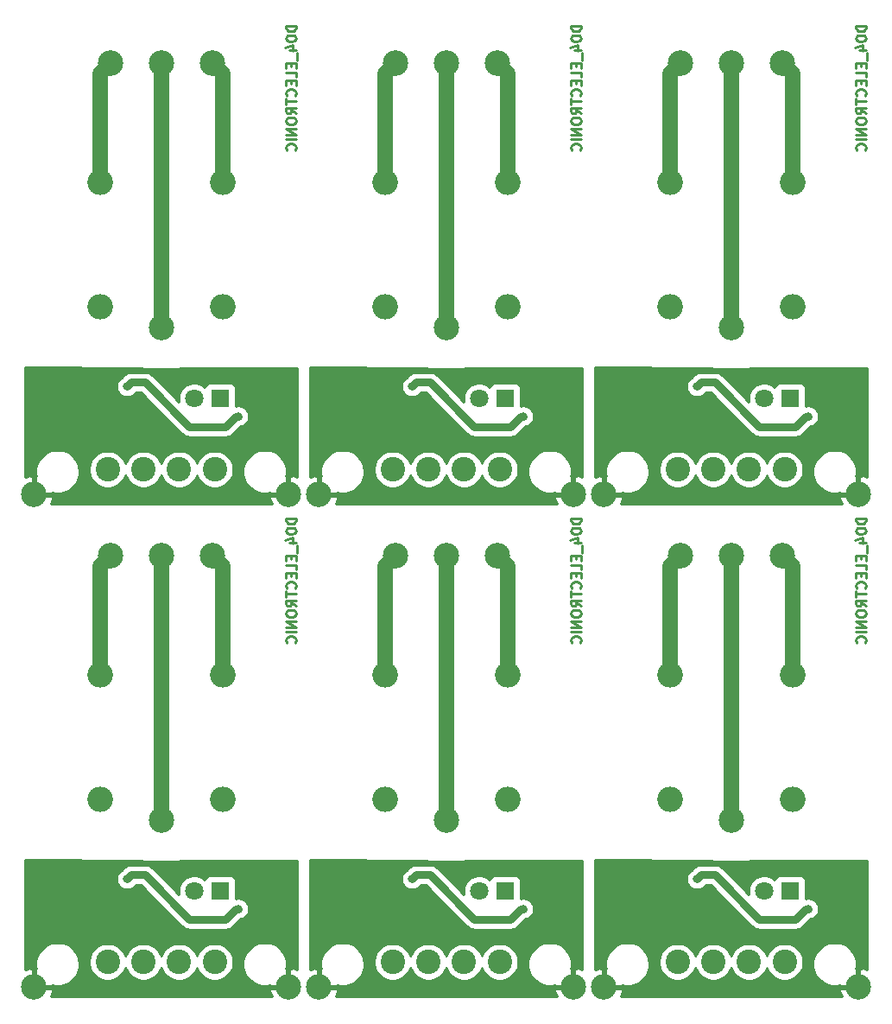
<source format=gbr>
G04 #@! TF.GenerationSoftware,KiCad,Pcbnew,5.1.5-52549c5~86~ubuntu18.04.1*
G04 #@! TF.CreationDate,2020-09-29T20:21:17-05:00*
G04 #@! TF.ProjectId,,58585858-5858-4585-9858-585858585858,rev?*
G04 #@! TF.SameCoordinates,Original*
G04 #@! TF.FileFunction,Copper,L2,Bot*
G04 #@! TF.FilePolarity,Positive*
%FSLAX46Y46*%
G04 Gerber Fmt 4.6, Leading zero omitted, Abs format (unit mm)*
G04 Created by KiCad (PCBNEW 5.1.5-52549c5~86~ubuntu18.04.1) date 2020-09-29 20:21:17*
%MOMM*%
%LPD*%
G04 APERTURE LIST*
%ADD10C,0.250000*%
%ADD11C,2.500000*%
%ADD12C,2.400000*%
%ADD13O,2.500000X2.500000*%
%ADD14C,2.499360*%
%ADD15R,1.800000X1.800000*%
%ADD16C,1.800000*%
%ADD17C,0.800000*%
%ADD18C,0.750000*%
%ADD19C,1.500000*%
%ADD20C,0.254000*%
G04 APERTURE END LIST*
D10*
X154528780Y-97966971D02*
X153528780Y-97966971D01*
X153528780Y-98205066D01*
X153576400Y-98347923D01*
X153671638Y-98443161D01*
X153766876Y-98490780D01*
X153957352Y-98538400D01*
X154100209Y-98538400D01*
X154290685Y-98490780D01*
X154385923Y-98443161D01*
X154481161Y-98347923D01*
X154528780Y-98205066D01*
X154528780Y-97966971D01*
X153528780Y-99157447D02*
X153528780Y-99252685D01*
X153576400Y-99347923D01*
X153624019Y-99395542D01*
X153719257Y-99443161D01*
X153909733Y-99490780D01*
X154147828Y-99490780D01*
X154338304Y-99443161D01*
X154433542Y-99395542D01*
X154481161Y-99347923D01*
X154528780Y-99252685D01*
X154528780Y-99157447D01*
X154481161Y-99062209D01*
X154433542Y-99014590D01*
X154338304Y-98966971D01*
X154147828Y-98919352D01*
X153909733Y-98919352D01*
X153719257Y-98966971D01*
X153624019Y-99014590D01*
X153576400Y-99062209D01*
X153528780Y-99157447D01*
X153862114Y-100347923D02*
X154528780Y-100347923D01*
X153481161Y-100109828D02*
X154195447Y-99871733D01*
X154195447Y-100490780D01*
X154624019Y-100633638D02*
X154624019Y-101395542D01*
X154004971Y-101633638D02*
X154004971Y-101966971D01*
X154528780Y-102109828D02*
X154528780Y-101633638D01*
X153528780Y-101633638D01*
X153528780Y-102109828D01*
X154528780Y-103014590D02*
X154528780Y-102538400D01*
X153528780Y-102538400D01*
X154004971Y-103347923D02*
X154004971Y-103681257D01*
X154528780Y-103824114D02*
X154528780Y-103347923D01*
X153528780Y-103347923D01*
X153528780Y-103824114D01*
X154433542Y-104824114D02*
X154481161Y-104776495D01*
X154528780Y-104633638D01*
X154528780Y-104538400D01*
X154481161Y-104395542D01*
X154385923Y-104300304D01*
X154290685Y-104252685D01*
X154100209Y-104205066D01*
X153957352Y-104205066D01*
X153766876Y-104252685D01*
X153671638Y-104300304D01*
X153576400Y-104395542D01*
X153528780Y-104538400D01*
X153528780Y-104633638D01*
X153576400Y-104776495D01*
X153624019Y-104824114D01*
X153528780Y-105109828D02*
X153528780Y-105681257D01*
X154528780Y-105395542D02*
X153528780Y-105395542D01*
X154528780Y-106586019D02*
X154052590Y-106252685D01*
X154528780Y-106014590D02*
X153528780Y-106014590D01*
X153528780Y-106395542D01*
X153576400Y-106490780D01*
X153624019Y-106538400D01*
X153719257Y-106586019D01*
X153862114Y-106586019D01*
X153957352Y-106538400D01*
X154004971Y-106490780D01*
X154052590Y-106395542D01*
X154052590Y-106014590D01*
X153528780Y-107205066D02*
X153528780Y-107395542D01*
X153576400Y-107490780D01*
X153671638Y-107586019D01*
X153862114Y-107633638D01*
X154195447Y-107633638D01*
X154385923Y-107586019D01*
X154481161Y-107490780D01*
X154528780Y-107395542D01*
X154528780Y-107205066D01*
X154481161Y-107109828D01*
X154385923Y-107014590D01*
X154195447Y-106966971D01*
X153862114Y-106966971D01*
X153671638Y-107014590D01*
X153576400Y-107109828D01*
X153528780Y-107205066D01*
X154528780Y-108062209D02*
X153528780Y-108062209D01*
X154528780Y-108633638D01*
X153528780Y-108633638D01*
X154528780Y-109109828D02*
X153528780Y-109109828D01*
X154433542Y-110157447D02*
X154481161Y-110109828D01*
X154528780Y-109966971D01*
X154528780Y-109871733D01*
X154481161Y-109728876D01*
X154385923Y-109633638D01*
X154290685Y-109586019D01*
X154100209Y-109538400D01*
X153957352Y-109538400D01*
X153766876Y-109586019D01*
X153671638Y-109633638D01*
X153576400Y-109728876D01*
X153528780Y-109871733D01*
X153528780Y-109966971D01*
X153576400Y-110109828D01*
X153624019Y-110157447D01*
X126588780Y-97966971D02*
X125588780Y-97966971D01*
X125588780Y-98205066D01*
X125636400Y-98347923D01*
X125731638Y-98443161D01*
X125826876Y-98490780D01*
X126017352Y-98538400D01*
X126160209Y-98538400D01*
X126350685Y-98490780D01*
X126445923Y-98443161D01*
X126541161Y-98347923D01*
X126588780Y-98205066D01*
X126588780Y-97966971D01*
X125588780Y-99157447D02*
X125588780Y-99252685D01*
X125636400Y-99347923D01*
X125684019Y-99395542D01*
X125779257Y-99443161D01*
X125969733Y-99490780D01*
X126207828Y-99490780D01*
X126398304Y-99443161D01*
X126493542Y-99395542D01*
X126541161Y-99347923D01*
X126588780Y-99252685D01*
X126588780Y-99157447D01*
X126541161Y-99062209D01*
X126493542Y-99014590D01*
X126398304Y-98966971D01*
X126207828Y-98919352D01*
X125969733Y-98919352D01*
X125779257Y-98966971D01*
X125684019Y-99014590D01*
X125636400Y-99062209D01*
X125588780Y-99157447D01*
X125922114Y-100347923D02*
X126588780Y-100347923D01*
X125541161Y-100109828D02*
X126255447Y-99871733D01*
X126255447Y-100490780D01*
X126684019Y-100633638D02*
X126684019Y-101395542D01*
X126064971Y-101633638D02*
X126064971Y-101966971D01*
X126588780Y-102109828D02*
X126588780Y-101633638D01*
X125588780Y-101633638D01*
X125588780Y-102109828D01*
X126588780Y-103014590D02*
X126588780Y-102538400D01*
X125588780Y-102538400D01*
X126064971Y-103347923D02*
X126064971Y-103681257D01*
X126588780Y-103824114D02*
X126588780Y-103347923D01*
X125588780Y-103347923D01*
X125588780Y-103824114D01*
X126493542Y-104824114D02*
X126541161Y-104776495D01*
X126588780Y-104633638D01*
X126588780Y-104538400D01*
X126541161Y-104395542D01*
X126445923Y-104300304D01*
X126350685Y-104252685D01*
X126160209Y-104205066D01*
X126017352Y-104205066D01*
X125826876Y-104252685D01*
X125731638Y-104300304D01*
X125636400Y-104395542D01*
X125588780Y-104538400D01*
X125588780Y-104633638D01*
X125636400Y-104776495D01*
X125684019Y-104824114D01*
X125588780Y-105109828D02*
X125588780Y-105681257D01*
X126588780Y-105395542D02*
X125588780Y-105395542D01*
X126588780Y-106586019D02*
X126112590Y-106252685D01*
X126588780Y-106014590D02*
X125588780Y-106014590D01*
X125588780Y-106395542D01*
X125636400Y-106490780D01*
X125684019Y-106538400D01*
X125779257Y-106586019D01*
X125922114Y-106586019D01*
X126017352Y-106538400D01*
X126064971Y-106490780D01*
X126112590Y-106395542D01*
X126112590Y-106014590D01*
X125588780Y-107205066D02*
X125588780Y-107395542D01*
X125636400Y-107490780D01*
X125731638Y-107586019D01*
X125922114Y-107633638D01*
X126255447Y-107633638D01*
X126445923Y-107586019D01*
X126541161Y-107490780D01*
X126588780Y-107395542D01*
X126588780Y-107205066D01*
X126541161Y-107109828D01*
X126445923Y-107014590D01*
X126255447Y-106966971D01*
X125922114Y-106966971D01*
X125731638Y-107014590D01*
X125636400Y-107109828D01*
X125588780Y-107205066D01*
X126588780Y-108062209D02*
X125588780Y-108062209D01*
X126588780Y-108633638D01*
X125588780Y-108633638D01*
X126588780Y-109109828D02*
X125588780Y-109109828D01*
X126493542Y-110157447D02*
X126541161Y-110109828D01*
X126588780Y-109966971D01*
X126588780Y-109871733D01*
X126541161Y-109728876D01*
X126445923Y-109633638D01*
X126350685Y-109586019D01*
X126160209Y-109538400D01*
X126017352Y-109538400D01*
X125826876Y-109586019D01*
X125731638Y-109633638D01*
X125636400Y-109728876D01*
X125588780Y-109871733D01*
X125588780Y-109966971D01*
X125636400Y-110109828D01*
X125684019Y-110157447D01*
X98648780Y-97966971D02*
X97648780Y-97966971D01*
X97648780Y-98205066D01*
X97696400Y-98347923D01*
X97791638Y-98443161D01*
X97886876Y-98490780D01*
X98077352Y-98538400D01*
X98220209Y-98538400D01*
X98410685Y-98490780D01*
X98505923Y-98443161D01*
X98601161Y-98347923D01*
X98648780Y-98205066D01*
X98648780Y-97966971D01*
X97648780Y-99157447D02*
X97648780Y-99252685D01*
X97696400Y-99347923D01*
X97744019Y-99395542D01*
X97839257Y-99443161D01*
X98029733Y-99490780D01*
X98267828Y-99490780D01*
X98458304Y-99443161D01*
X98553542Y-99395542D01*
X98601161Y-99347923D01*
X98648780Y-99252685D01*
X98648780Y-99157447D01*
X98601161Y-99062209D01*
X98553542Y-99014590D01*
X98458304Y-98966971D01*
X98267828Y-98919352D01*
X98029733Y-98919352D01*
X97839257Y-98966971D01*
X97744019Y-99014590D01*
X97696400Y-99062209D01*
X97648780Y-99157447D01*
X97982114Y-100347923D02*
X98648780Y-100347923D01*
X97601161Y-100109828D02*
X98315447Y-99871733D01*
X98315447Y-100490780D01*
X98744019Y-100633638D02*
X98744019Y-101395542D01*
X98124971Y-101633638D02*
X98124971Y-101966971D01*
X98648780Y-102109828D02*
X98648780Y-101633638D01*
X97648780Y-101633638D01*
X97648780Y-102109828D01*
X98648780Y-103014590D02*
X98648780Y-102538400D01*
X97648780Y-102538400D01*
X98124971Y-103347923D02*
X98124971Y-103681257D01*
X98648780Y-103824114D02*
X98648780Y-103347923D01*
X97648780Y-103347923D01*
X97648780Y-103824114D01*
X98553542Y-104824114D02*
X98601161Y-104776495D01*
X98648780Y-104633638D01*
X98648780Y-104538400D01*
X98601161Y-104395542D01*
X98505923Y-104300304D01*
X98410685Y-104252685D01*
X98220209Y-104205066D01*
X98077352Y-104205066D01*
X97886876Y-104252685D01*
X97791638Y-104300304D01*
X97696400Y-104395542D01*
X97648780Y-104538400D01*
X97648780Y-104633638D01*
X97696400Y-104776495D01*
X97744019Y-104824114D01*
X97648780Y-105109828D02*
X97648780Y-105681257D01*
X98648780Y-105395542D02*
X97648780Y-105395542D01*
X98648780Y-106586019D02*
X98172590Y-106252685D01*
X98648780Y-106014590D02*
X97648780Y-106014590D01*
X97648780Y-106395542D01*
X97696400Y-106490780D01*
X97744019Y-106538400D01*
X97839257Y-106586019D01*
X97982114Y-106586019D01*
X98077352Y-106538400D01*
X98124971Y-106490780D01*
X98172590Y-106395542D01*
X98172590Y-106014590D01*
X97648780Y-107205066D02*
X97648780Y-107395542D01*
X97696400Y-107490780D01*
X97791638Y-107586019D01*
X97982114Y-107633638D01*
X98315447Y-107633638D01*
X98505923Y-107586019D01*
X98601161Y-107490780D01*
X98648780Y-107395542D01*
X98648780Y-107205066D01*
X98601161Y-107109828D01*
X98505923Y-107014590D01*
X98315447Y-106966971D01*
X97982114Y-106966971D01*
X97791638Y-107014590D01*
X97696400Y-107109828D01*
X97648780Y-107205066D01*
X98648780Y-108062209D02*
X97648780Y-108062209D01*
X98648780Y-108633638D01*
X97648780Y-108633638D01*
X98648780Y-109109828D02*
X97648780Y-109109828D01*
X98553542Y-110157447D02*
X98601161Y-110109828D01*
X98648780Y-109966971D01*
X98648780Y-109871733D01*
X98601161Y-109728876D01*
X98505923Y-109633638D01*
X98410685Y-109586019D01*
X98220209Y-109538400D01*
X98077352Y-109538400D01*
X97886876Y-109586019D01*
X97791638Y-109633638D01*
X97696400Y-109728876D01*
X97648780Y-109871733D01*
X97648780Y-109966971D01*
X97696400Y-110109828D01*
X97744019Y-110157447D01*
X154528780Y-49706971D02*
X153528780Y-49706971D01*
X153528780Y-49945066D01*
X153576400Y-50087923D01*
X153671638Y-50183161D01*
X153766876Y-50230780D01*
X153957352Y-50278400D01*
X154100209Y-50278400D01*
X154290685Y-50230780D01*
X154385923Y-50183161D01*
X154481161Y-50087923D01*
X154528780Y-49945066D01*
X154528780Y-49706971D01*
X153528780Y-50897447D02*
X153528780Y-50992685D01*
X153576400Y-51087923D01*
X153624019Y-51135542D01*
X153719257Y-51183161D01*
X153909733Y-51230780D01*
X154147828Y-51230780D01*
X154338304Y-51183161D01*
X154433542Y-51135542D01*
X154481161Y-51087923D01*
X154528780Y-50992685D01*
X154528780Y-50897447D01*
X154481161Y-50802209D01*
X154433542Y-50754590D01*
X154338304Y-50706971D01*
X154147828Y-50659352D01*
X153909733Y-50659352D01*
X153719257Y-50706971D01*
X153624019Y-50754590D01*
X153576400Y-50802209D01*
X153528780Y-50897447D01*
X153862114Y-52087923D02*
X154528780Y-52087923D01*
X153481161Y-51849828D02*
X154195447Y-51611733D01*
X154195447Y-52230780D01*
X154624019Y-52373638D02*
X154624019Y-53135542D01*
X154004971Y-53373638D02*
X154004971Y-53706971D01*
X154528780Y-53849828D02*
X154528780Y-53373638D01*
X153528780Y-53373638D01*
X153528780Y-53849828D01*
X154528780Y-54754590D02*
X154528780Y-54278400D01*
X153528780Y-54278400D01*
X154004971Y-55087923D02*
X154004971Y-55421257D01*
X154528780Y-55564114D02*
X154528780Y-55087923D01*
X153528780Y-55087923D01*
X153528780Y-55564114D01*
X154433542Y-56564114D02*
X154481161Y-56516495D01*
X154528780Y-56373638D01*
X154528780Y-56278400D01*
X154481161Y-56135542D01*
X154385923Y-56040304D01*
X154290685Y-55992685D01*
X154100209Y-55945066D01*
X153957352Y-55945066D01*
X153766876Y-55992685D01*
X153671638Y-56040304D01*
X153576400Y-56135542D01*
X153528780Y-56278400D01*
X153528780Y-56373638D01*
X153576400Y-56516495D01*
X153624019Y-56564114D01*
X153528780Y-56849828D02*
X153528780Y-57421257D01*
X154528780Y-57135542D02*
X153528780Y-57135542D01*
X154528780Y-58326019D02*
X154052590Y-57992685D01*
X154528780Y-57754590D02*
X153528780Y-57754590D01*
X153528780Y-58135542D01*
X153576400Y-58230780D01*
X153624019Y-58278400D01*
X153719257Y-58326019D01*
X153862114Y-58326019D01*
X153957352Y-58278400D01*
X154004971Y-58230780D01*
X154052590Y-58135542D01*
X154052590Y-57754590D01*
X153528780Y-58945066D02*
X153528780Y-59135542D01*
X153576400Y-59230780D01*
X153671638Y-59326019D01*
X153862114Y-59373638D01*
X154195447Y-59373638D01*
X154385923Y-59326019D01*
X154481161Y-59230780D01*
X154528780Y-59135542D01*
X154528780Y-58945066D01*
X154481161Y-58849828D01*
X154385923Y-58754590D01*
X154195447Y-58706971D01*
X153862114Y-58706971D01*
X153671638Y-58754590D01*
X153576400Y-58849828D01*
X153528780Y-58945066D01*
X154528780Y-59802209D02*
X153528780Y-59802209D01*
X154528780Y-60373638D01*
X153528780Y-60373638D01*
X154528780Y-60849828D02*
X153528780Y-60849828D01*
X154433542Y-61897447D02*
X154481161Y-61849828D01*
X154528780Y-61706971D01*
X154528780Y-61611733D01*
X154481161Y-61468876D01*
X154385923Y-61373638D01*
X154290685Y-61326019D01*
X154100209Y-61278400D01*
X153957352Y-61278400D01*
X153766876Y-61326019D01*
X153671638Y-61373638D01*
X153576400Y-61468876D01*
X153528780Y-61611733D01*
X153528780Y-61706971D01*
X153576400Y-61849828D01*
X153624019Y-61897447D01*
X126588780Y-49706971D02*
X125588780Y-49706971D01*
X125588780Y-49945066D01*
X125636400Y-50087923D01*
X125731638Y-50183161D01*
X125826876Y-50230780D01*
X126017352Y-50278400D01*
X126160209Y-50278400D01*
X126350685Y-50230780D01*
X126445923Y-50183161D01*
X126541161Y-50087923D01*
X126588780Y-49945066D01*
X126588780Y-49706971D01*
X125588780Y-50897447D02*
X125588780Y-50992685D01*
X125636400Y-51087923D01*
X125684019Y-51135542D01*
X125779257Y-51183161D01*
X125969733Y-51230780D01*
X126207828Y-51230780D01*
X126398304Y-51183161D01*
X126493542Y-51135542D01*
X126541161Y-51087923D01*
X126588780Y-50992685D01*
X126588780Y-50897447D01*
X126541161Y-50802209D01*
X126493542Y-50754590D01*
X126398304Y-50706971D01*
X126207828Y-50659352D01*
X125969733Y-50659352D01*
X125779257Y-50706971D01*
X125684019Y-50754590D01*
X125636400Y-50802209D01*
X125588780Y-50897447D01*
X125922114Y-52087923D02*
X126588780Y-52087923D01*
X125541161Y-51849828D02*
X126255447Y-51611733D01*
X126255447Y-52230780D01*
X126684019Y-52373638D02*
X126684019Y-53135542D01*
X126064971Y-53373638D02*
X126064971Y-53706971D01*
X126588780Y-53849828D02*
X126588780Y-53373638D01*
X125588780Y-53373638D01*
X125588780Y-53849828D01*
X126588780Y-54754590D02*
X126588780Y-54278400D01*
X125588780Y-54278400D01*
X126064971Y-55087923D02*
X126064971Y-55421257D01*
X126588780Y-55564114D02*
X126588780Y-55087923D01*
X125588780Y-55087923D01*
X125588780Y-55564114D01*
X126493542Y-56564114D02*
X126541161Y-56516495D01*
X126588780Y-56373638D01*
X126588780Y-56278400D01*
X126541161Y-56135542D01*
X126445923Y-56040304D01*
X126350685Y-55992685D01*
X126160209Y-55945066D01*
X126017352Y-55945066D01*
X125826876Y-55992685D01*
X125731638Y-56040304D01*
X125636400Y-56135542D01*
X125588780Y-56278400D01*
X125588780Y-56373638D01*
X125636400Y-56516495D01*
X125684019Y-56564114D01*
X125588780Y-56849828D02*
X125588780Y-57421257D01*
X126588780Y-57135542D02*
X125588780Y-57135542D01*
X126588780Y-58326019D02*
X126112590Y-57992685D01*
X126588780Y-57754590D02*
X125588780Y-57754590D01*
X125588780Y-58135542D01*
X125636400Y-58230780D01*
X125684019Y-58278400D01*
X125779257Y-58326019D01*
X125922114Y-58326019D01*
X126017352Y-58278400D01*
X126064971Y-58230780D01*
X126112590Y-58135542D01*
X126112590Y-57754590D01*
X125588780Y-58945066D02*
X125588780Y-59135542D01*
X125636400Y-59230780D01*
X125731638Y-59326019D01*
X125922114Y-59373638D01*
X126255447Y-59373638D01*
X126445923Y-59326019D01*
X126541161Y-59230780D01*
X126588780Y-59135542D01*
X126588780Y-58945066D01*
X126541161Y-58849828D01*
X126445923Y-58754590D01*
X126255447Y-58706971D01*
X125922114Y-58706971D01*
X125731638Y-58754590D01*
X125636400Y-58849828D01*
X125588780Y-58945066D01*
X126588780Y-59802209D02*
X125588780Y-59802209D01*
X126588780Y-60373638D01*
X125588780Y-60373638D01*
X126588780Y-60849828D02*
X125588780Y-60849828D01*
X126493542Y-61897447D02*
X126541161Y-61849828D01*
X126588780Y-61706971D01*
X126588780Y-61611733D01*
X126541161Y-61468876D01*
X126445923Y-61373638D01*
X126350685Y-61326019D01*
X126160209Y-61278400D01*
X126017352Y-61278400D01*
X125826876Y-61326019D01*
X125731638Y-61373638D01*
X125636400Y-61468876D01*
X125588780Y-61611733D01*
X125588780Y-61706971D01*
X125636400Y-61849828D01*
X125684019Y-61897447D01*
X98648780Y-49706971D02*
X97648780Y-49706971D01*
X97648780Y-49945066D01*
X97696400Y-50087923D01*
X97791638Y-50183161D01*
X97886876Y-50230780D01*
X98077352Y-50278400D01*
X98220209Y-50278400D01*
X98410685Y-50230780D01*
X98505923Y-50183161D01*
X98601161Y-50087923D01*
X98648780Y-49945066D01*
X98648780Y-49706971D01*
X97648780Y-50897447D02*
X97648780Y-50992685D01*
X97696400Y-51087923D01*
X97744019Y-51135542D01*
X97839257Y-51183161D01*
X98029733Y-51230780D01*
X98267828Y-51230780D01*
X98458304Y-51183161D01*
X98553542Y-51135542D01*
X98601161Y-51087923D01*
X98648780Y-50992685D01*
X98648780Y-50897447D01*
X98601161Y-50802209D01*
X98553542Y-50754590D01*
X98458304Y-50706971D01*
X98267828Y-50659352D01*
X98029733Y-50659352D01*
X97839257Y-50706971D01*
X97744019Y-50754590D01*
X97696400Y-50802209D01*
X97648780Y-50897447D01*
X97982114Y-52087923D02*
X98648780Y-52087923D01*
X97601161Y-51849828D02*
X98315447Y-51611733D01*
X98315447Y-52230780D01*
X98744019Y-52373638D02*
X98744019Y-53135542D01*
X98124971Y-53373638D02*
X98124971Y-53706971D01*
X98648780Y-53849828D02*
X98648780Y-53373638D01*
X97648780Y-53373638D01*
X97648780Y-53849828D01*
X98648780Y-54754590D02*
X98648780Y-54278400D01*
X97648780Y-54278400D01*
X98124971Y-55087923D02*
X98124971Y-55421257D01*
X98648780Y-55564114D02*
X98648780Y-55087923D01*
X97648780Y-55087923D01*
X97648780Y-55564114D01*
X98553542Y-56564114D02*
X98601161Y-56516495D01*
X98648780Y-56373638D01*
X98648780Y-56278400D01*
X98601161Y-56135542D01*
X98505923Y-56040304D01*
X98410685Y-55992685D01*
X98220209Y-55945066D01*
X98077352Y-55945066D01*
X97886876Y-55992685D01*
X97791638Y-56040304D01*
X97696400Y-56135542D01*
X97648780Y-56278400D01*
X97648780Y-56373638D01*
X97696400Y-56516495D01*
X97744019Y-56564114D01*
X97648780Y-56849828D02*
X97648780Y-57421257D01*
X98648780Y-57135542D02*
X97648780Y-57135542D01*
X98648780Y-58326019D02*
X98172590Y-57992685D01*
X98648780Y-57754590D02*
X97648780Y-57754590D01*
X97648780Y-58135542D01*
X97696400Y-58230780D01*
X97744019Y-58278400D01*
X97839257Y-58326019D01*
X97982114Y-58326019D01*
X98077352Y-58278400D01*
X98124971Y-58230780D01*
X98172590Y-58135542D01*
X98172590Y-57754590D01*
X97648780Y-58945066D02*
X97648780Y-59135542D01*
X97696400Y-59230780D01*
X97791638Y-59326019D01*
X97982114Y-59373638D01*
X98315447Y-59373638D01*
X98505923Y-59326019D01*
X98601161Y-59230780D01*
X98648780Y-59135542D01*
X98648780Y-58945066D01*
X98601161Y-58849828D01*
X98505923Y-58754590D01*
X98315447Y-58706971D01*
X97982114Y-58706971D01*
X97791638Y-58754590D01*
X97696400Y-58849828D01*
X97648780Y-58945066D01*
X98648780Y-59802209D02*
X97648780Y-59802209D01*
X98648780Y-60373638D01*
X97648780Y-60373638D01*
X98648780Y-60849828D02*
X97648780Y-60849828D01*
X98553542Y-61897447D02*
X98601161Y-61849828D01*
X98648780Y-61706971D01*
X98648780Y-61611733D01*
X98601161Y-61468876D01*
X98505923Y-61373638D01*
X98410685Y-61326019D01*
X98220209Y-61278400D01*
X98077352Y-61278400D01*
X97886876Y-61326019D01*
X97791638Y-61373638D01*
X97696400Y-61468876D01*
X97648780Y-61611733D01*
X97648780Y-61706971D01*
X97696400Y-61849828D01*
X97744019Y-61897447D01*
D11*
X146310400Y-101650800D03*
X141310400Y-101650800D03*
X136310400Y-101650800D03*
X118370400Y-101650800D03*
X113370400Y-101650800D03*
X108370400Y-101650800D03*
X90430400Y-101650800D03*
X85430400Y-101650800D03*
X80430400Y-101650800D03*
X146310400Y-53390800D03*
X141310400Y-53390800D03*
X136310400Y-53390800D03*
X118370400Y-53390800D03*
X113370400Y-53390800D03*
X108370400Y-53390800D03*
D12*
X136060400Y-141452600D03*
X139560400Y-141452600D03*
X143060400Y-141452600D03*
X146560400Y-141452600D03*
X108120400Y-141452600D03*
X111620400Y-141452600D03*
X115120400Y-141452600D03*
X118620400Y-141452600D03*
X80180400Y-141452600D03*
X83680400Y-141452600D03*
X87180400Y-141452600D03*
X90680400Y-141452600D03*
X136060400Y-93192600D03*
X139560400Y-93192600D03*
X143060400Y-93192600D03*
X146560400Y-93192600D03*
X108120400Y-93192600D03*
X111620400Y-93192600D03*
X115120400Y-93192600D03*
X118620400Y-93192600D03*
D11*
X141310400Y-127558800D03*
D13*
X147310400Y-125558800D03*
X147310400Y-113358800D03*
X135310400Y-113358800D03*
X135310400Y-125558800D03*
D11*
X113370400Y-127558800D03*
D13*
X119370400Y-125558800D03*
X119370400Y-113358800D03*
X107370400Y-113358800D03*
X107370400Y-125558800D03*
D11*
X85430400Y-127558800D03*
D13*
X91430400Y-125558800D03*
X91430400Y-113358800D03*
X79430400Y-113358800D03*
X79430400Y-125558800D03*
D11*
X141310400Y-79298800D03*
D13*
X147310400Y-77298800D03*
X147310400Y-65098800D03*
X135310400Y-65098800D03*
X135310400Y-77298800D03*
D11*
X113370400Y-79298800D03*
D13*
X119370400Y-77298800D03*
X119370400Y-65098800D03*
X107370400Y-65098800D03*
X107370400Y-77298800D03*
D14*
X153780400Y-143891000D03*
X125840400Y-143891000D03*
X97900400Y-143891000D03*
X153780400Y-95631000D03*
X125840400Y-95631000D03*
D15*
X147091400Y-134493000D03*
D16*
X144551400Y-134493000D03*
D15*
X119151400Y-134493000D03*
D16*
X116611400Y-134493000D03*
D15*
X91211400Y-134493000D03*
D16*
X88671400Y-134493000D03*
D15*
X147091400Y-86233000D03*
D16*
X144551400Y-86233000D03*
D15*
X119151400Y-86233000D03*
D16*
X116611400Y-86233000D03*
D14*
X128840400Y-143891000D03*
X100900400Y-143891000D03*
X72960400Y-143891000D03*
X128840400Y-95631000D03*
X100900400Y-95631000D03*
X97900400Y-95631000D03*
X72960400Y-95631000D03*
D16*
X88671400Y-86233000D03*
D15*
X91211400Y-86233000D03*
D12*
X90680400Y-93192600D03*
X87180400Y-93192600D03*
X83680400Y-93192600D03*
X80180400Y-93192600D03*
D11*
X80430400Y-53390800D03*
X85430400Y-53390800D03*
X90430400Y-53390800D03*
D13*
X79430400Y-77298800D03*
X79430400Y-65098800D03*
X91430400Y-65098800D03*
X91430400Y-77298800D03*
D11*
X85430400Y-79298800D03*
D17*
X82092800Y-85064600D03*
X92989400Y-87985600D03*
X120929400Y-87985600D03*
X148869400Y-87985600D03*
X92989400Y-136245600D03*
X120929400Y-136245600D03*
X148869400Y-136245600D03*
X110032800Y-85064600D03*
X137972800Y-85064600D03*
X82092800Y-133324600D03*
X110032800Y-133324600D03*
X137972800Y-133324600D03*
D18*
X72960400Y-95631000D02*
X72960400Y-95642600D01*
X97900400Y-95631000D02*
X97900400Y-95647600D01*
X72960400Y-95631000D02*
X72960400Y-95668000D01*
D10*
X72960400Y-95631000D02*
X72960400Y-95718800D01*
D18*
X100900400Y-95631000D02*
X100900400Y-95668000D01*
X128840400Y-95631000D02*
X128840400Y-95668000D01*
X72960400Y-143891000D02*
X72960400Y-143928000D01*
X100900400Y-143891000D02*
X100900400Y-143928000D01*
X128840400Y-143891000D02*
X128840400Y-143928000D01*
X100900400Y-95631000D02*
X100900400Y-95642600D01*
X128840400Y-95631000D02*
X128840400Y-95642600D01*
X72960400Y-143891000D02*
X72960400Y-143902600D01*
X100900400Y-143891000D02*
X100900400Y-143902600D01*
X128840400Y-143891000D02*
X128840400Y-143902600D01*
D10*
X100900400Y-95631000D02*
X100900400Y-95718800D01*
X128840400Y-95631000D02*
X128840400Y-95718800D01*
X72960400Y-143891000D02*
X72960400Y-143978800D01*
X100900400Y-143891000D02*
X100900400Y-143978800D01*
X128840400Y-143891000D02*
X128840400Y-143978800D01*
D18*
X125840400Y-95631000D02*
X125840400Y-95647600D01*
X153780400Y-95631000D02*
X153780400Y-95647600D01*
X97900400Y-143891000D02*
X97900400Y-143907600D01*
X125840400Y-143891000D02*
X125840400Y-143907600D01*
X153780400Y-143891000D02*
X153780400Y-143907600D01*
D19*
X79430400Y-54390800D02*
X80430400Y-53390800D01*
X79430400Y-65098800D02*
X79430400Y-54390800D01*
X107370400Y-54390800D02*
X108370400Y-53390800D01*
X135310400Y-54390800D02*
X136310400Y-53390800D01*
X79430400Y-102650800D02*
X80430400Y-101650800D01*
X107370400Y-102650800D02*
X108370400Y-101650800D01*
X135310400Y-102650800D02*
X136310400Y-101650800D01*
X107370400Y-65098800D02*
X107370400Y-54390800D01*
X135310400Y-65098800D02*
X135310400Y-54390800D01*
X79430400Y-113358800D02*
X79430400Y-102650800D01*
X107370400Y-113358800D02*
X107370400Y-102650800D01*
X135310400Y-113358800D02*
X135310400Y-102650800D01*
X85430400Y-79298800D02*
X85430400Y-53390800D01*
X113370400Y-79298800D02*
X113370400Y-53390800D01*
X141310400Y-79298800D02*
X141310400Y-53390800D01*
X85430400Y-127558800D02*
X85430400Y-101650800D01*
X113370400Y-127558800D02*
X113370400Y-101650800D01*
X141310400Y-127558800D02*
X141310400Y-101650800D01*
X91430400Y-54390800D02*
X90430400Y-53390800D01*
X91430400Y-65098800D02*
X91430400Y-54390800D01*
X119370400Y-65098800D02*
X119370400Y-54390800D01*
X147310400Y-65098800D02*
X147310400Y-54390800D01*
X91430400Y-113358800D02*
X91430400Y-102650800D01*
X119370400Y-113358800D02*
X119370400Y-102650800D01*
X147310400Y-113358800D02*
X147310400Y-102650800D01*
X119370400Y-54390800D02*
X118370400Y-53390800D01*
X147310400Y-54390800D02*
X146310400Y-53390800D01*
X91430400Y-102650800D02*
X90430400Y-101650800D01*
X119370400Y-102650800D02*
X118370400Y-101650800D01*
X147310400Y-102650800D02*
X146310400Y-101650800D01*
D18*
X82492799Y-84664601D02*
X83851801Y-84664601D01*
X82092800Y-85064600D02*
X82492799Y-84664601D01*
X83851801Y-84664601D02*
X88188800Y-89001600D01*
X88188800Y-89001600D02*
X91744800Y-89001600D01*
X91744800Y-89001600D02*
X92760800Y-87985600D01*
X92760800Y-87985600D02*
X92989400Y-87985600D01*
X119684800Y-89001600D02*
X120700800Y-87985600D01*
X147624800Y-89001600D02*
X148640800Y-87985600D01*
X91744800Y-137261600D02*
X92760800Y-136245600D01*
X119684800Y-137261600D02*
X120700800Y-136245600D01*
X147624800Y-137261600D02*
X148640800Y-136245600D01*
X110032800Y-85064600D02*
X110432799Y-84664601D01*
X137972800Y-85064600D02*
X138372799Y-84664601D01*
X82092800Y-133324600D02*
X82492799Y-132924601D01*
X110032800Y-133324600D02*
X110432799Y-132924601D01*
X137972800Y-133324600D02*
X138372799Y-132924601D01*
X120700800Y-87985600D02*
X120929400Y-87985600D01*
X148640800Y-87985600D02*
X148869400Y-87985600D01*
X92760800Y-136245600D02*
X92989400Y-136245600D01*
X120700800Y-136245600D02*
X120929400Y-136245600D01*
X148640800Y-136245600D02*
X148869400Y-136245600D01*
X116128800Y-89001600D02*
X119684800Y-89001600D01*
X144068800Y-89001600D02*
X147624800Y-89001600D01*
X88188800Y-137261600D02*
X91744800Y-137261600D01*
X116128800Y-137261600D02*
X119684800Y-137261600D01*
X144068800Y-137261600D02*
X147624800Y-137261600D01*
X110432799Y-84664601D02*
X111791801Y-84664601D01*
X138372799Y-84664601D02*
X139731801Y-84664601D01*
X82492799Y-132924601D02*
X83851801Y-132924601D01*
X110432799Y-132924601D02*
X111791801Y-132924601D01*
X138372799Y-132924601D02*
X139731801Y-132924601D01*
X111791801Y-84664601D02*
X116128800Y-89001600D01*
X139731801Y-84664601D02*
X144068800Y-89001600D01*
X83851801Y-132924601D02*
X88188800Y-137261600D01*
X111791801Y-132924601D02*
X116128800Y-137261600D01*
X139731801Y-132924601D02*
X144068800Y-137261600D01*
D20*
G36*
X83350853Y-83228219D02*
G01*
X83426607Y-83268710D01*
X83551017Y-83306450D01*
X83647981Y-83316000D01*
X83647990Y-83316000D01*
X83680399Y-83319192D01*
X83712808Y-83316000D01*
X87147991Y-83316000D01*
X87180400Y-83319192D01*
X87212809Y-83316000D01*
X87212819Y-83316000D01*
X87309783Y-83306450D01*
X87434193Y-83268710D01*
X87481457Y-83243447D01*
X98740401Y-83284955D01*
X98740401Y-93943866D01*
X98576138Y-93861861D01*
X98321425Y-93784595D01*
X98027400Y-93900605D01*
X98027400Y-95324392D01*
X97914541Y-95437251D01*
X98094149Y-95616859D01*
X98207008Y-95504000D01*
X98740401Y-95504000D01*
X98740401Y-95758000D01*
X98207008Y-95758000D01*
X98094149Y-95645141D01*
X97914541Y-95824749D01*
X98027400Y-95937608D01*
X98027400Y-96556000D01*
X97773400Y-96556000D01*
X97773400Y-95937608D01*
X97886259Y-95824749D01*
X97706651Y-95645141D01*
X97593792Y-95758000D01*
X96170005Y-95758000D01*
X96053995Y-96052025D01*
X96171611Y-96404151D01*
X96258295Y-96556000D01*
X74605099Y-96556000D01*
X74729539Y-96306738D01*
X74806805Y-96052025D01*
X74690795Y-95758000D01*
X73267008Y-95758000D01*
X73154149Y-95645141D01*
X72974541Y-95824749D01*
X73087400Y-95937608D01*
X73087400Y-96556000D01*
X72833400Y-96556000D01*
X72833400Y-95937608D01*
X72946259Y-95824749D01*
X72766651Y-95645141D01*
X72653792Y-95758000D01*
X72120400Y-95758000D01*
X72120400Y-95504000D01*
X72653792Y-95504000D01*
X72766651Y-95616859D01*
X72946259Y-95437251D01*
X72974541Y-95437251D01*
X73154149Y-95616859D01*
X73267008Y-95504000D01*
X74690795Y-95504000D01*
X74704135Y-95470190D01*
X75060121Y-95541000D01*
X75480679Y-95541000D01*
X75893156Y-95458953D01*
X76281702Y-95298012D01*
X76631383Y-95064363D01*
X76928763Y-94766983D01*
X77162412Y-94417302D01*
X77323353Y-94028756D01*
X77405400Y-93616279D01*
X77405400Y-93195721D01*
X77368830Y-93011868D01*
X78345400Y-93011868D01*
X78345400Y-93373332D01*
X78415918Y-93727850D01*
X78554244Y-94061799D01*
X78755062Y-94362344D01*
X79010656Y-94617938D01*
X79311201Y-94818756D01*
X79645150Y-94957082D01*
X79999668Y-95027600D01*
X80361132Y-95027600D01*
X80715650Y-94957082D01*
X81049599Y-94818756D01*
X81350144Y-94617938D01*
X81605738Y-94362344D01*
X81806556Y-94061799D01*
X81930400Y-93762813D01*
X82054244Y-94061799D01*
X82255062Y-94362344D01*
X82510656Y-94617938D01*
X82811201Y-94818756D01*
X83145150Y-94957082D01*
X83499668Y-95027600D01*
X83861132Y-95027600D01*
X84215650Y-94957082D01*
X84549599Y-94818756D01*
X84850144Y-94617938D01*
X85105738Y-94362344D01*
X85306556Y-94061799D01*
X85430400Y-93762813D01*
X85554244Y-94061799D01*
X85755062Y-94362344D01*
X86010656Y-94617938D01*
X86311201Y-94818756D01*
X86645150Y-94957082D01*
X86999668Y-95027600D01*
X87361132Y-95027600D01*
X87715650Y-94957082D01*
X88049599Y-94818756D01*
X88350144Y-94617938D01*
X88605738Y-94362344D01*
X88806556Y-94061799D01*
X88930400Y-93762813D01*
X89054244Y-94061799D01*
X89255062Y-94362344D01*
X89510656Y-94617938D01*
X89811201Y-94818756D01*
X90145150Y-94957082D01*
X90499668Y-95027600D01*
X90861132Y-95027600D01*
X91215650Y-94957082D01*
X91549599Y-94818756D01*
X91850144Y-94617938D01*
X92105738Y-94362344D01*
X92306556Y-94061799D01*
X92444882Y-93727850D01*
X92515400Y-93373332D01*
X92515400Y-93195721D01*
X93455400Y-93195721D01*
X93455400Y-93616279D01*
X93537447Y-94028756D01*
X93698388Y-94417302D01*
X93932037Y-94766983D01*
X94229417Y-95064363D01*
X94579098Y-95298012D01*
X94967644Y-95458953D01*
X95380121Y-95541000D01*
X95800679Y-95541000D01*
X96156665Y-95470190D01*
X96170005Y-95504000D01*
X97593792Y-95504000D01*
X97706651Y-95616859D01*
X97886259Y-95437251D01*
X97773400Y-95324392D01*
X97773400Y-93900605D01*
X97676453Y-93862354D01*
X97725400Y-93616279D01*
X97725400Y-93195721D01*
X97643353Y-92783244D01*
X97482412Y-92394698D01*
X97248763Y-92045017D01*
X96951383Y-91747637D01*
X96601702Y-91513988D01*
X96213156Y-91353047D01*
X95800679Y-91271000D01*
X95380121Y-91271000D01*
X94967644Y-91353047D01*
X94579098Y-91513988D01*
X94229417Y-91747637D01*
X93932037Y-92045017D01*
X93698388Y-92394698D01*
X93537447Y-92783244D01*
X93455400Y-93195721D01*
X92515400Y-93195721D01*
X92515400Y-93011868D01*
X92444882Y-92657350D01*
X92306556Y-92323401D01*
X92105738Y-92022856D01*
X91850144Y-91767262D01*
X91549599Y-91566444D01*
X91215650Y-91428118D01*
X90861132Y-91357600D01*
X90499668Y-91357600D01*
X90145150Y-91428118D01*
X89811201Y-91566444D01*
X89510656Y-91767262D01*
X89255062Y-92022856D01*
X89054244Y-92323401D01*
X88930400Y-92622387D01*
X88806556Y-92323401D01*
X88605738Y-92022856D01*
X88350144Y-91767262D01*
X88049599Y-91566444D01*
X87715650Y-91428118D01*
X87361132Y-91357600D01*
X86999668Y-91357600D01*
X86645150Y-91428118D01*
X86311201Y-91566444D01*
X86010656Y-91767262D01*
X85755062Y-92022856D01*
X85554244Y-92323401D01*
X85430400Y-92622387D01*
X85306556Y-92323401D01*
X85105738Y-92022856D01*
X84850144Y-91767262D01*
X84549599Y-91566444D01*
X84215650Y-91428118D01*
X83861132Y-91357600D01*
X83499668Y-91357600D01*
X83145150Y-91428118D01*
X82811201Y-91566444D01*
X82510656Y-91767262D01*
X82255062Y-92022856D01*
X82054244Y-92323401D01*
X81930400Y-92622387D01*
X81806556Y-92323401D01*
X81605738Y-92022856D01*
X81350144Y-91767262D01*
X81049599Y-91566444D01*
X80715650Y-91428118D01*
X80361132Y-91357600D01*
X79999668Y-91357600D01*
X79645150Y-91428118D01*
X79311201Y-91566444D01*
X79010656Y-91767262D01*
X78755062Y-92022856D01*
X78554244Y-92323401D01*
X78415918Y-92657350D01*
X78345400Y-93011868D01*
X77368830Y-93011868D01*
X77323353Y-92783244D01*
X77162412Y-92394698D01*
X76928763Y-92045017D01*
X76631383Y-91747637D01*
X76281702Y-91513988D01*
X75893156Y-91353047D01*
X75480679Y-91271000D01*
X75060121Y-91271000D01*
X74647644Y-91353047D01*
X74259098Y-91513988D01*
X73909417Y-91747637D01*
X73612037Y-92045017D01*
X73378388Y-92394698D01*
X73217447Y-92783244D01*
X73135400Y-93195721D01*
X73135400Y-93616279D01*
X73184347Y-93862354D01*
X73087400Y-93900605D01*
X73087400Y-95324392D01*
X72974541Y-95437251D01*
X72946259Y-95437251D01*
X72833400Y-95324392D01*
X72833400Y-93900605D01*
X72539375Y-93784595D01*
X72187249Y-93902211D01*
X72120400Y-93940372D01*
X72120400Y-84962661D01*
X81057800Y-84962661D01*
X81057800Y-85166539D01*
X81097574Y-85366498D01*
X81175595Y-85554856D01*
X81288863Y-85724374D01*
X81433026Y-85868537D01*
X81602544Y-85981805D01*
X81790902Y-86059826D01*
X81990861Y-86099600D01*
X82194739Y-86099600D01*
X82394698Y-86059826D01*
X82583056Y-85981805D01*
X82752574Y-85868537D01*
X82896737Y-85724374D01*
X82929994Y-85674601D01*
X83433446Y-85674601D01*
X87439544Y-89680700D01*
X87471167Y-89719233D01*
X87624960Y-89845447D01*
X87800420Y-89939232D01*
X87990805Y-89996985D01*
X88188800Y-90016486D01*
X88238408Y-90011600D01*
X91695192Y-90011600D01*
X91744800Y-90016486D01*
X91942794Y-89996985D01*
X92133180Y-89939232D01*
X92308640Y-89845447D01*
X92462433Y-89719233D01*
X92494061Y-89680694D01*
X93169753Y-89005003D01*
X93291298Y-88980826D01*
X93479656Y-88902805D01*
X93649174Y-88789537D01*
X93793337Y-88645374D01*
X93906605Y-88475856D01*
X93984626Y-88287498D01*
X94024400Y-88087539D01*
X94024400Y-87883661D01*
X93984626Y-87683702D01*
X93906605Y-87495344D01*
X93793337Y-87325826D01*
X93649174Y-87181663D01*
X93479656Y-87068395D01*
X93291298Y-86990374D01*
X93091339Y-86950600D01*
X92887461Y-86950600D01*
X92777882Y-86972396D01*
X92760800Y-86970714D01*
X92749472Y-86971830D01*
X92749472Y-85333000D01*
X92737212Y-85208518D01*
X92700902Y-85088820D01*
X92641937Y-84978506D01*
X92562585Y-84881815D01*
X92465894Y-84802463D01*
X92355580Y-84743498D01*
X92235882Y-84707188D01*
X92111400Y-84694928D01*
X90311400Y-84694928D01*
X90186918Y-84707188D01*
X90067220Y-84743498D01*
X89956906Y-84802463D01*
X89860215Y-84881815D01*
X89780863Y-84978506D01*
X89721898Y-85088820D01*
X89716344Y-85107127D01*
X89649905Y-85040688D01*
X89398495Y-84872701D01*
X89119143Y-84756989D01*
X88822584Y-84698000D01*
X88520216Y-84698000D01*
X88223657Y-84756989D01*
X87944305Y-84872701D01*
X87692895Y-85040688D01*
X87479088Y-85254495D01*
X87311101Y-85505905D01*
X87195389Y-85785257D01*
X87136400Y-86081816D01*
X87136400Y-86384184D01*
X87170333Y-86554777D01*
X84601062Y-83985507D01*
X84569434Y-83946968D01*
X84415641Y-83820754D01*
X84240181Y-83726969D01*
X84049795Y-83669216D01*
X83901409Y-83654601D01*
X83851801Y-83649715D01*
X83802193Y-83654601D01*
X82542406Y-83654601D01*
X82492798Y-83649715D01*
X82294804Y-83669216D01*
X82104419Y-83726969D01*
X81928959Y-83820754D01*
X81775166Y-83946968D01*
X81743534Y-83985512D01*
X81539578Y-84189467D01*
X81433026Y-84260663D01*
X81288863Y-84404826D01*
X81175595Y-84574344D01*
X81097574Y-84762702D01*
X81057800Y-84962661D01*
X72120400Y-84962661D01*
X72120400Y-83186816D01*
X83350853Y-83228219D01*
G37*
X83350853Y-83228219D02*
X83426607Y-83268710D01*
X83551017Y-83306450D01*
X83647981Y-83316000D01*
X83647990Y-83316000D01*
X83680399Y-83319192D01*
X83712808Y-83316000D01*
X87147991Y-83316000D01*
X87180400Y-83319192D01*
X87212809Y-83316000D01*
X87212819Y-83316000D01*
X87309783Y-83306450D01*
X87434193Y-83268710D01*
X87481457Y-83243447D01*
X98740401Y-83284955D01*
X98740401Y-93943866D01*
X98576138Y-93861861D01*
X98321425Y-93784595D01*
X98027400Y-93900605D01*
X98027400Y-95324392D01*
X97914541Y-95437251D01*
X98094149Y-95616859D01*
X98207008Y-95504000D01*
X98740401Y-95504000D01*
X98740401Y-95758000D01*
X98207008Y-95758000D01*
X98094149Y-95645141D01*
X97914541Y-95824749D01*
X98027400Y-95937608D01*
X98027400Y-96556000D01*
X97773400Y-96556000D01*
X97773400Y-95937608D01*
X97886259Y-95824749D01*
X97706651Y-95645141D01*
X97593792Y-95758000D01*
X96170005Y-95758000D01*
X96053995Y-96052025D01*
X96171611Y-96404151D01*
X96258295Y-96556000D01*
X74605099Y-96556000D01*
X74729539Y-96306738D01*
X74806805Y-96052025D01*
X74690795Y-95758000D01*
X73267008Y-95758000D01*
X73154149Y-95645141D01*
X72974541Y-95824749D01*
X73087400Y-95937608D01*
X73087400Y-96556000D01*
X72833400Y-96556000D01*
X72833400Y-95937608D01*
X72946259Y-95824749D01*
X72766651Y-95645141D01*
X72653792Y-95758000D01*
X72120400Y-95758000D01*
X72120400Y-95504000D01*
X72653792Y-95504000D01*
X72766651Y-95616859D01*
X72946259Y-95437251D01*
X72974541Y-95437251D01*
X73154149Y-95616859D01*
X73267008Y-95504000D01*
X74690795Y-95504000D01*
X74704135Y-95470190D01*
X75060121Y-95541000D01*
X75480679Y-95541000D01*
X75893156Y-95458953D01*
X76281702Y-95298012D01*
X76631383Y-95064363D01*
X76928763Y-94766983D01*
X77162412Y-94417302D01*
X77323353Y-94028756D01*
X77405400Y-93616279D01*
X77405400Y-93195721D01*
X77368830Y-93011868D01*
X78345400Y-93011868D01*
X78345400Y-93373332D01*
X78415918Y-93727850D01*
X78554244Y-94061799D01*
X78755062Y-94362344D01*
X79010656Y-94617938D01*
X79311201Y-94818756D01*
X79645150Y-94957082D01*
X79999668Y-95027600D01*
X80361132Y-95027600D01*
X80715650Y-94957082D01*
X81049599Y-94818756D01*
X81350144Y-94617938D01*
X81605738Y-94362344D01*
X81806556Y-94061799D01*
X81930400Y-93762813D01*
X82054244Y-94061799D01*
X82255062Y-94362344D01*
X82510656Y-94617938D01*
X82811201Y-94818756D01*
X83145150Y-94957082D01*
X83499668Y-95027600D01*
X83861132Y-95027600D01*
X84215650Y-94957082D01*
X84549599Y-94818756D01*
X84850144Y-94617938D01*
X85105738Y-94362344D01*
X85306556Y-94061799D01*
X85430400Y-93762813D01*
X85554244Y-94061799D01*
X85755062Y-94362344D01*
X86010656Y-94617938D01*
X86311201Y-94818756D01*
X86645150Y-94957082D01*
X86999668Y-95027600D01*
X87361132Y-95027600D01*
X87715650Y-94957082D01*
X88049599Y-94818756D01*
X88350144Y-94617938D01*
X88605738Y-94362344D01*
X88806556Y-94061799D01*
X88930400Y-93762813D01*
X89054244Y-94061799D01*
X89255062Y-94362344D01*
X89510656Y-94617938D01*
X89811201Y-94818756D01*
X90145150Y-94957082D01*
X90499668Y-95027600D01*
X90861132Y-95027600D01*
X91215650Y-94957082D01*
X91549599Y-94818756D01*
X91850144Y-94617938D01*
X92105738Y-94362344D01*
X92306556Y-94061799D01*
X92444882Y-93727850D01*
X92515400Y-93373332D01*
X92515400Y-93195721D01*
X93455400Y-93195721D01*
X93455400Y-93616279D01*
X93537447Y-94028756D01*
X93698388Y-94417302D01*
X93932037Y-94766983D01*
X94229417Y-95064363D01*
X94579098Y-95298012D01*
X94967644Y-95458953D01*
X95380121Y-95541000D01*
X95800679Y-95541000D01*
X96156665Y-95470190D01*
X96170005Y-95504000D01*
X97593792Y-95504000D01*
X97706651Y-95616859D01*
X97886259Y-95437251D01*
X97773400Y-95324392D01*
X97773400Y-93900605D01*
X97676453Y-93862354D01*
X97725400Y-93616279D01*
X97725400Y-93195721D01*
X97643353Y-92783244D01*
X97482412Y-92394698D01*
X97248763Y-92045017D01*
X96951383Y-91747637D01*
X96601702Y-91513988D01*
X96213156Y-91353047D01*
X95800679Y-91271000D01*
X95380121Y-91271000D01*
X94967644Y-91353047D01*
X94579098Y-91513988D01*
X94229417Y-91747637D01*
X93932037Y-92045017D01*
X93698388Y-92394698D01*
X93537447Y-92783244D01*
X93455400Y-93195721D01*
X92515400Y-93195721D01*
X92515400Y-93011868D01*
X92444882Y-92657350D01*
X92306556Y-92323401D01*
X92105738Y-92022856D01*
X91850144Y-91767262D01*
X91549599Y-91566444D01*
X91215650Y-91428118D01*
X90861132Y-91357600D01*
X90499668Y-91357600D01*
X90145150Y-91428118D01*
X89811201Y-91566444D01*
X89510656Y-91767262D01*
X89255062Y-92022856D01*
X89054244Y-92323401D01*
X88930400Y-92622387D01*
X88806556Y-92323401D01*
X88605738Y-92022856D01*
X88350144Y-91767262D01*
X88049599Y-91566444D01*
X87715650Y-91428118D01*
X87361132Y-91357600D01*
X86999668Y-91357600D01*
X86645150Y-91428118D01*
X86311201Y-91566444D01*
X86010656Y-91767262D01*
X85755062Y-92022856D01*
X85554244Y-92323401D01*
X85430400Y-92622387D01*
X85306556Y-92323401D01*
X85105738Y-92022856D01*
X84850144Y-91767262D01*
X84549599Y-91566444D01*
X84215650Y-91428118D01*
X83861132Y-91357600D01*
X83499668Y-91357600D01*
X83145150Y-91428118D01*
X82811201Y-91566444D01*
X82510656Y-91767262D01*
X82255062Y-92022856D01*
X82054244Y-92323401D01*
X81930400Y-92622387D01*
X81806556Y-92323401D01*
X81605738Y-92022856D01*
X81350144Y-91767262D01*
X81049599Y-91566444D01*
X80715650Y-91428118D01*
X80361132Y-91357600D01*
X79999668Y-91357600D01*
X79645150Y-91428118D01*
X79311201Y-91566444D01*
X79010656Y-91767262D01*
X78755062Y-92022856D01*
X78554244Y-92323401D01*
X78415918Y-92657350D01*
X78345400Y-93011868D01*
X77368830Y-93011868D01*
X77323353Y-92783244D01*
X77162412Y-92394698D01*
X76928763Y-92045017D01*
X76631383Y-91747637D01*
X76281702Y-91513988D01*
X75893156Y-91353047D01*
X75480679Y-91271000D01*
X75060121Y-91271000D01*
X74647644Y-91353047D01*
X74259098Y-91513988D01*
X73909417Y-91747637D01*
X73612037Y-92045017D01*
X73378388Y-92394698D01*
X73217447Y-92783244D01*
X73135400Y-93195721D01*
X73135400Y-93616279D01*
X73184347Y-93862354D01*
X73087400Y-93900605D01*
X73087400Y-95324392D01*
X72974541Y-95437251D01*
X72946259Y-95437251D01*
X72833400Y-95324392D01*
X72833400Y-93900605D01*
X72539375Y-93784595D01*
X72187249Y-93902211D01*
X72120400Y-93940372D01*
X72120400Y-84962661D01*
X81057800Y-84962661D01*
X81057800Y-85166539D01*
X81097574Y-85366498D01*
X81175595Y-85554856D01*
X81288863Y-85724374D01*
X81433026Y-85868537D01*
X81602544Y-85981805D01*
X81790902Y-86059826D01*
X81990861Y-86099600D01*
X82194739Y-86099600D01*
X82394698Y-86059826D01*
X82583056Y-85981805D01*
X82752574Y-85868537D01*
X82896737Y-85724374D01*
X82929994Y-85674601D01*
X83433446Y-85674601D01*
X87439544Y-89680700D01*
X87471167Y-89719233D01*
X87624960Y-89845447D01*
X87800420Y-89939232D01*
X87990805Y-89996985D01*
X88188800Y-90016486D01*
X88238408Y-90011600D01*
X91695192Y-90011600D01*
X91744800Y-90016486D01*
X91942794Y-89996985D01*
X92133180Y-89939232D01*
X92308640Y-89845447D01*
X92462433Y-89719233D01*
X92494061Y-89680694D01*
X93169753Y-89005003D01*
X93291298Y-88980826D01*
X93479656Y-88902805D01*
X93649174Y-88789537D01*
X93793337Y-88645374D01*
X93906605Y-88475856D01*
X93984626Y-88287498D01*
X94024400Y-88087539D01*
X94024400Y-87883661D01*
X93984626Y-87683702D01*
X93906605Y-87495344D01*
X93793337Y-87325826D01*
X93649174Y-87181663D01*
X93479656Y-87068395D01*
X93291298Y-86990374D01*
X93091339Y-86950600D01*
X92887461Y-86950600D01*
X92777882Y-86972396D01*
X92760800Y-86970714D01*
X92749472Y-86971830D01*
X92749472Y-85333000D01*
X92737212Y-85208518D01*
X92700902Y-85088820D01*
X92641937Y-84978506D01*
X92562585Y-84881815D01*
X92465894Y-84802463D01*
X92355580Y-84743498D01*
X92235882Y-84707188D01*
X92111400Y-84694928D01*
X90311400Y-84694928D01*
X90186918Y-84707188D01*
X90067220Y-84743498D01*
X89956906Y-84802463D01*
X89860215Y-84881815D01*
X89780863Y-84978506D01*
X89721898Y-85088820D01*
X89716344Y-85107127D01*
X89649905Y-85040688D01*
X89398495Y-84872701D01*
X89119143Y-84756989D01*
X88822584Y-84698000D01*
X88520216Y-84698000D01*
X88223657Y-84756989D01*
X87944305Y-84872701D01*
X87692895Y-85040688D01*
X87479088Y-85254495D01*
X87311101Y-85505905D01*
X87195389Y-85785257D01*
X87136400Y-86081816D01*
X87136400Y-86384184D01*
X87170333Y-86554777D01*
X84601062Y-83985507D01*
X84569434Y-83946968D01*
X84415641Y-83820754D01*
X84240181Y-83726969D01*
X84049795Y-83669216D01*
X83901409Y-83654601D01*
X83851801Y-83649715D01*
X83802193Y-83654601D01*
X82542406Y-83654601D01*
X82492798Y-83649715D01*
X82294804Y-83669216D01*
X82104419Y-83726969D01*
X81928959Y-83820754D01*
X81775166Y-83946968D01*
X81743534Y-83985512D01*
X81539578Y-84189467D01*
X81433026Y-84260663D01*
X81288863Y-84404826D01*
X81175595Y-84574344D01*
X81097574Y-84762702D01*
X81057800Y-84962661D01*
X72120400Y-84962661D01*
X72120400Y-83186816D01*
X83350853Y-83228219D01*
G36*
X111290853Y-83228219D02*
G01*
X111366607Y-83268710D01*
X111491017Y-83306450D01*
X111587981Y-83316000D01*
X111587990Y-83316000D01*
X111620399Y-83319192D01*
X111652808Y-83316000D01*
X115087991Y-83316000D01*
X115120400Y-83319192D01*
X115152809Y-83316000D01*
X115152819Y-83316000D01*
X115249783Y-83306450D01*
X115374193Y-83268710D01*
X115421457Y-83243447D01*
X126680401Y-83284955D01*
X126680401Y-93943866D01*
X126516138Y-93861861D01*
X126261425Y-93784595D01*
X125967400Y-93900605D01*
X125967400Y-95324392D01*
X125854541Y-95437251D01*
X126034149Y-95616859D01*
X126147008Y-95504000D01*
X126680401Y-95504000D01*
X126680401Y-95758000D01*
X126147008Y-95758000D01*
X126034149Y-95645141D01*
X125854541Y-95824749D01*
X125967400Y-95937608D01*
X125967400Y-96556000D01*
X125713400Y-96556000D01*
X125713400Y-95937608D01*
X125826259Y-95824749D01*
X125646651Y-95645141D01*
X125533792Y-95758000D01*
X124110005Y-95758000D01*
X123993995Y-96052025D01*
X124111611Y-96404151D01*
X124198295Y-96556000D01*
X102545099Y-96556000D01*
X102669539Y-96306738D01*
X102746805Y-96052025D01*
X102630795Y-95758000D01*
X101207008Y-95758000D01*
X101094149Y-95645141D01*
X100914541Y-95824749D01*
X101027400Y-95937608D01*
X101027400Y-96556000D01*
X100773400Y-96556000D01*
X100773400Y-95937608D01*
X100886259Y-95824749D01*
X100706651Y-95645141D01*
X100593792Y-95758000D01*
X100060400Y-95758000D01*
X100060400Y-95504000D01*
X100593792Y-95504000D01*
X100706651Y-95616859D01*
X100886259Y-95437251D01*
X100914541Y-95437251D01*
X101094149Y-95616859D01*
X101207008Y-95504000D01*
X102630795Y-95504000D01*
X102644135Y-95470190D01*
X103000121Y-95541000D01*
X103420679Y-95541000D01*
X103833156Y-95458953D01*
X104221702Y-95298012D01*
X104571383Y-95064363D01*
X104868763Y-94766983D01*
X105102412Y-94417302D01*
X105263353Y-94028756D01*
X105345400Y-93616279D01*
X105345400Y-93195721D01*
X105308830Y-93011868D01*
X106285400Y-93011868D01*
X106285400Y-93373332D01*
X106355918Y-93727850D01*
X106494244Y-94061799D01*
X106695062Y-94362344D01*
X106950656Y-94617938D01*
X107251201Y-94818756D01*
X107585150Y-94957082D01*
X107939668Y-95027600D01*
X108301132Y-95027600D01*
X108655650Y-94957082D01*
X108989599Y-94818756D01*
X109290144Y-94617938D01*
X109545738Y-94362344D01*
X109746556Y-94061799D01*
X109870400Y-93762813D01*
X109994244Y-94061799D01*
X110195062Y-94362344D01*
X110450656Y-94617938D01*
X110751201Y-94818756D01*
X111085150Y-94957082D01*
X111439668Y-95027600D01*
X111801132Y-95027600D01*
X112155650Y-94957082D01*
X112489599Y-94818756D01*
X112790144Y-94617938D01*
X113045738Y-94362344D01*
X113246556Y-94061799D01*
X113370400Y-93762813D01*
X113494244Y-94061799D01*
X113695062Y-94362344D01*
X113950656Y-94617938D01*
X114251201Y-94818756D01*
X114585150Y-94957082D01*
X114939668Y-95027600D01*
X115301132Y-95027600D01*
X115655650Y-94957082D01*
X115989599Y-94818756D01*
X116290144Y-94617938D01*
X116545738Y-94362344D01*
X116746556Y-94061799D01*
X116870400Y-93762813D01*
X116994244Y-94061799D01*
X117195062Y-94362344D01*
X117450656Y-94617938D01*
X117751201Y-94818756D01*
X118085150Y-94957082D01*
X118439668Y-95027600D01*
X118801132Y-95027600D01*
X119155650Y-94957082D01*
X119489599Y-94818756D01*
X119790144Y-94617938D01*
X120045738Y-94362344D01*
X120246556Y-94061799D01*
X120384882Y-93727850D01*
X120455400Y-93373332D01*
X120455400Y-93195721D01*
X121395400Y-93195721D01*
X121395400Y-93616279D01*
X121477447Y-94028756D01*
X121638388Y-94417302D01*
X121872037Y-94766983D01*
X122169417Y-95064363D01*
X122519098Y-95298012D01*
X122907644Y-95458953D01*
X123320121Y-95541000D01*
X123740679Y-95541000D01*
X124096665Y-95470190D01*
X124110005Y-95504000D01*
X125533792Y-95504000D01*
X125646651Y-95616859D01*
X125826259Y-95437251D01*
X125713400Y-95324392D01*
X125713400Y-93900605D01*
X125616453Y-93862354D01*
X125665400Y-93616279D01*
X125665400Y-93195721D01*
X125583353Y-92783244D01*
X125422412Y-92394698D01*
X125188763Y-92045017D01*
X124891383Y-91747637D01*
X124541702Y-91513988D01*
X124153156Y-91353047D01*
X123740679Y-91271000D01*
X123320121Y-91271000D01*
X122907644Y-91353047D01*
X122519098Y-91513988D01*
X122169417Y-91747637D01*
X121872037Y-92045017D01*
X121638388Y-92394698D01*
X121477447Y-92783244D01*
X121395400Y-93195721D01*
X120455400Y-93195721D01*
X120455400Y-93011868D01*
X120384882Y-92657350D01*
X120246556Y-92323401D01*
X120045738Y-92022856D01*
X119790144Y-91767262D01*
X119489599Y-91566444D01*
X119155650Y-91428118D01*
X118801132Y-91357600D01*
X118439668Y-91357600D01*
X118085150Y-91428118D01*
X117751201Y-91566444D01*
X117450656Y-91767262D01*
X117195062Y-92022856D01*
X116994244Y-92323401D01*
X116870400Y-92622387D01*
X116746556Y-92323401D01*
X116545738Y-92022856D01*
X116290144Y-91767262D01*
X115989599Y-91566444D01*
X115655650Y-91428118D01*
X115301132Y-91357600D01*
X114939668Y-91357600D01*
X114585150Y-91428118D01*
X114251201Y-91566444D01*
X113950656Y-91767262D01*
X113695062Y-92022856D01*
X113494244Y-92323401D01*
X113370400Y-92622387D01*
X113246556Y-92323401D01*
X113045738Y-92022856D01*
X112790144Y-91767262D01*
X112489599Y-91566444D01*
X112155650Y-91428118D01*
X111801132Y-91357600D01*
X111439668Y-91357600D01*
X111085150Y-91428118D01*
X110751201Y-91566444D01*
X110450656Y-91767262D01*
X110195062Y-92022856D01*
X109994244Y-92323401D01*
X109870400Y-92622387D01*
X109746556Y-92323401D01*
X109545738Y-92022856D01*
X109290144Y-91767262D01*
X108989599Y-91566444D01*
X108655650Y-91428118D01*
X108301132Y-91357600D01*
X107939668Y-91357600D01*
X107585150Y-91428118D01*
X107251201Y-91566444D01*
X106950656Y-91767262D01*
X106695062Y-92022856D01*
X106494244Y-92323401D01*
X106355918Y-92657350D01*
X106285400Y-93011868D01*
X105308830Y-93011868D01*
X105263353Y-92783244D01*
X105102412Y-92394698D01*
X104868763Y-92045017D01*
X104571383Y-91747637D01*
X104221702Y-91513988D01*
X103833156Y-91353047D01*
X103420679Y-91271000D01*
X103000121Y-91271000D01*
X102587644Y-91353047D01*
X102199098Y-91513988D01*
X101849417Y-91747637D01*
X101552037Y-92045017D01*
X101318388Y-92394698D01*
X101157447Y-92783244D01*
X101075400Y-93195721D01*
X101075400Y-93616279D01*
X101124347Y-93862354D01*
X101027400Y-93900605D01*
X101027400Y-95324392D01*
X100914541Y-95437251D01*
X100886259Y-95437251D01*
X100773400Y-95324392D01*
X100773400Y-93900605D01*
X100479375Y-93784595D01*
X100127249Y-93902211D01*
X100060400Y-93940372D01*
X100060400Y-84962661D01*
X108997800Y-84962661D01*
X108997800Y-85166539D01*
X109037574Y-85366498D01*
X109115595Y-85554856D01*
X109228863Y-85724374D01*
X109373026Y-85868537D01*
X109542544Y-85981805D01*
X109730902Y-86059826D01*
X109930861Y-86099600D01*
X110134739Y-86099600D01*
X110334698Y-86059826D01*
X110523056Y-85981805D01*
X110692574Y-85868537D01*
X110836737Y-85724374D01*
X110869994Y-85674601D01*
X111373446Y-85674601D01*
X115379544Y-89680700D01*
X115411167Y-89719233D01*
X115564960Y-89845447D01*
X115740420Y-89939232D01*
X115930805Y-89996985D01*
X116128800Y-90016486D01*
X116178408Y-90011600D01*
X119635192Y-90011600D01*
X119684800Y-90016486D01*
X119882794Y-89996985D01*
X120073180Y-89939232D01*
X120248640Y-89845447D01*
X120402433Y-89719233D01*
X120434061Y-89680694D01*
X121109753Y-89005003D01*
X121231298Y-88980826D01*
X121419656Y-88902805D01*
X121589174Y-88789537D01*
X121733337Y-88645374D01*
X121846605Y-88475856D01*
X121924626Y-88287498D01*
X121964400Y-88087539D01*
X121964400Y-87883661D01*
X121924626Y-87683702D01*
X121846605Y-87495344D01*
X121733337Y-87325826D01*
X121589174Y-87181663D01*
X121419656Y-87068395D01*
X121231298Y-86990374D01*
X121031339Y-86950600D01*
X120827461Y-86950600D01*
X120717882Y-86972396D01*
X120700800Y-86970714D01*
X120689472Y-86971830D01*
X120689472Y-85333000D01*
X120677212Y-85208518D01*
X120640902Y-85088820D01*
X120581937Y-84978506D01*
X120502585Y-84881815D01*
X120405894Y-84802463D01*
X120295580Y-84743498D01*
X120175882Y-84707188D01*
X120051400Y-84694928D01*
X118251400Y-84694928D01*
X118126918Y-84707188D01*
X118007220Y-84743498D01*
X117896906Y-84802463D01*
X117800215Y-84881815D01*
X117720863Y-84978506D01*
X117661898Y-85088820D01*
X117656344Y-85107127D01*
X117589905Y-85040688D01*
X117338495Y-84872701D01*
X117059143Y-84756989D01*
X116762584Y-84698000D01*
X116460216Y-84698000D01*
X116163657Y-84756989D01*
X115884305Y-84872701D01*
X115632895Y-85040688D01*
X115419088Y-85254495D01*
X115251101Y-85505905D01*
X115135389Y-85785257D01*
X115076400Y-86081816D01*
X115076400Y-86384184D01*
X115110333Y-86554777D01*
X112541062Y-83985507D01*
X112509434Y-83946968D01*
X112355641Y-83820754D01*
X112180181Y-83726969D01*
X111989795Y-83669216D01*
X111841409Y-83654601D01*
X111791801Y-83649715D01*
X111742193Y-83654601D01*
X110482406Y-83654601D01*
X110432798Y-83649715D01*
X110234804Y-83669216D01*
X110044419Y-83726969D01*
X109868959Y-83820754D01*
X109715166Y-83946968D01*
X109683534Y-83985512D01*
X109479578Y-84189467D01*
X109373026Y-84260663D01*
X109228863Y-84404826D01*
X109115595Y-84574344D01*
X109037574Y-84762702D01*
X108997800Y-84962661D01*
X100060400Y-84962661D01*
X100060400Y-83186816D01*
X111290853Y-83228219D01*
G37*
X111290853Y-83228219D02*
X111366607Y-83268710D01*
X111491017Y-83306450D01*
X111587981Y-83316000D01*
X111587990Y-83316000D01*
X111620399Y-83319192D01*
X111652808Y-83316000D01*
X115087991Y-83316000D01*
X115120400Y-83319192D01*
X115152809Y-83316000D01*
X115152819Y-83316000D01*
X115249783Y-83306450D01*
X115374193Y-83268710D01*
X115421457Y-83243447D01*
X126680401Y-83284955D01*
X126680401Y-93943866D01*
X126516138Y-93861861D01*
X126261425Y-93784595D01*
X125967400Y-93900605D01*
X125967400Y-95324392D01*
X125854541Y-95437251D01*
X126034149Y-95616859D01*
X126147008Y-95504000D01*
X126680401Y-95504000D01*
X126680401Y-95758000D01*
X126147008Y-95758000D01*
X126034149Y-95645141D01*
X125854541Y-95824749D01*
X125967400Y-95937608D01*
X125967400Y-96556000D01*
X125713400Y-96556000D01*
X125713400Y-95937608D01*
X125826259Y-95824749D01*
X125646651Y-95645141D01*
X125533792Y-95758000D01*
X124110005Y-95758000D01*
X123993995Y-96052025D01*
X124111611Y-96404151D01*
X124198295Y-96556000D01*
X102545099Y-96556000D01*
X102669539Y-96306738D01*
X102746805Y-96052025D01*
X102630795Y-95758000D01*
X101207008Y-95758000D01*
X101094149Y-95645141D01*
X100914541Y-95824749D01*
X101027400Y-95937608D01*
X101027400Y-96556000D01*
X100773400Y-96556000D01*
X100773400Y-95937608D01*
X100886259Y-95824749D01*
X100706651Y-95645141D01*
X100593792Y-95758000D01*
X100060400Y-95758000D01*
X100060400Y-95504000D01*
X100593792Y-95504000D01*
X100706651Y-95616859D01*
X100886259Y-95437251D01*
X100914541Y-95437251D01*
X101094149Y-95616859D01*
X101207008Y-95504000D01*
X102630795Y-95504000D01*
X102644135Y-95470190D01*
X103000121Y-95541000D01*
X103420679Y-95541000D01*
X103833156Y-95458953D01*
X104221702Y-95298012D01*
X104571383Y-95064363D01*
X104868763Y-94766983D01*
X105102412Y-94417302D01*
X105263353Y-94028756D01*
X105345400Y-93616279D01*
X105345400Y-93195721D01*
X105308830Y-93011868D01*
X106285400Y-93011868D01*
X106285400Y-93373332D01*
X106355918Y-93727850D01*
X106494244Y-94061799D01*
X106695062Y-94362344D01*
X106950656Y-94617938D01*
X107251201Y-94818756D01*
X107585150Y-94957082D01*
X107939668Y-95027600D01*
X108301132Y-95027600D01*
X108655650Y-94957082D01*
X108989599Y-94818756D01*
X109290144Y-94617938D01*
X109545738Y-94362344D01*
X109746556Y-94061799D01*
X109870400Y-93762813D01*
X109994244Y-94061799D01*
X110195062Y-94362344D01*
X110450656Y-94617938D01*
X110751201Y-94818756D01*
X111085150Y-94957082D01*
X111439668Y-95027600D01*
X111801132Y-95027600D01*
X112155650Y-94957082D01*
X112489599Y-94818756D01*
X112790144Y-94617938D01*
X113045738Y-94362344D01*
X113246556Y-94061799D01*
X113370400Y-93762813D01*
X113494244Y-94061799D01*
X113695062Y-94362344D01*
X113950656Y-94617938D01*
X114251201Y-94818756D01*
X114585150Y-94957082D01*
X114939668Y-95027600D01*
X115301132Y-95027600D01*
X115655650Y-94957082D01*
X115989599Y-94818756D01*
X116290144Y-94617938D01*
X116545738Y-94362344D01*
X116746556Y-94061799D01*
X116870400Y-93762813D01*
X116994244Y-94061799D01*
X117195062Y-94362344D01*
X117450656Y-94617938D01*
X117751201Y-94818756D01*
X118085150Y-94957082D01*
X118439668Y-95027600D01*
X118801132Y-95027600D01*
X119155650Y-94957082D01*
X119489599Y-94818756D01*
X119790144Y-94617938D01*
X120045738Y-94362344D01*
X120246556Y-94061799D01*
X120384882Y-93727850D01*
X120455400Y-93373332D01*
X120455400Y-93195721D01*
X121395400Y-93195721D01*
X121395400Y-93616279D01*
X121477447Y-94028756D01*
X121638388Y-94417302D01*
X121872037Y-94766983D01*
X122169417Y-95064363D01*
X122519098Y-95298012D01*
X122907644Y-95458953D01*
X123320121Y-95541000D01*
X123740679Y-95541000D01*
X124096665Y-95470190D01*
X124110005Y-95504000D01*
X125533792Y-95504000D01*
X125646651Y-95616859D01*
X125826259Y-95437251D01*
X125713400Y-95324392D01*
X125713400Y-93900605D01*
X125616453Y-93862354D01*
X125665400Y-93616279D01*
X125665400Y-93195721D01*
X125583353Y-92783244D01*
X125422412Y-92394698D01*
X125188763Y-92045017D01*
X124891383Y-91747637D01*
X124541702Y-91513988D01*
X124153156Y-91353047D01*
X123740679Y-91271000D01*
X123320121Y-91271000D01*
X122907644Y-91353047D01*
X122519098Y-91513988D01*
X122169417Y-91747637D01*
X121872037Y-92045017D01*
X121638388Y-92394698D01*
X121477447Y-92783244D01*
X121395400Y-93195721D01*
X120455400Y-93195721D01*
X120455400Y-93011868D01*
X120384882Y-92657350D01*
X120246556Y-92323401D01*
X120045738Y-92022856D01*
X119790144Y-91767262D01*
X119489599Y-91566444D01*
X119155650Y-91428118D01*
X118801132Y-91357600D01*
X118439668Y-91357600D01*
X118085150Y-91428118D01*
X117751201Y-91566444D01*
X117450656Y-91767262D01*
X117195062Y-92022856D01*
X116994244Y-92323401D01*
X116870400Y-92622387D01*
X116746556Y-92323401D01*
X116545738Y-92022856D01*
X116290144Y-91767262D01*
X115989599Y-91566444D01*
X115655650Y-91428118D01*
X115301132Y-91357600D01*
X114939668Y-91357600D01*
X114585150Y-91428118D01*
X114251201Y-91566444D01*
X113950656Y-91767262D01*
X113695062Y-92022856D01*
X113494244Y-92323401D01*
X113370400Y-92622387D01*
X113246556Y-92323401D01*
X113045738Y-92022856D01*
X112790144Y-91767262D01*
X112489599Y-91566444D01*
X112155650Y-91428118D01*
X111801132Y-91357600D01*
X111439668Y-91357600D01*
X111085150Y-91428118D01*
X110751201Y-91566444D01*
X110450656Y-91767262D01*
X110195062Y-92022856D01*
X109994244Y-92323401D01*
X109870400Y-92622387D01*
X109746556Y-92323401D01*
X109545738Y-92022856D01*
X109290144Y-91767262D01*
X108989599Y-91566444D01*
X108655650Y-91428118D01*
X108301132Y-91357600D01*
X107939668Y-91357600D01*
X107585150Y-91428118D01*
X107251201Y-91566444D01*
X106950656Y-91767262D01*
X106695062Y-92022856D01*
X106494244Y-92323401D01*
X106355918Y-92657350D01*
X106285400Y-93011868D01*
X105308830Y-93011868D01*
X105263353Y-92783244D01*
X105102412Y-92394698D01*
X104868763Y-92045017D01*
X104571383Y-91747637D01*
X104221702Y-91513988D01*
X103833156Y-91353047D01*
X103420679Y-91271000D01*
X103000121Y-91271000D01*
X102587644Y-91353047D01*
X102199098Y-91513988D01*
X101849417Y-91747637D01*
X101552037Y-92045017D01*
X101318388Y-92394698D01*
X101157447Y-92783244D01*
X101075400Y-93195721D01*
X101075400Y-93616279D01*
X101124347Y-93862354D01*
X101027400Y-93900605D01*
X101027400Y-95324392D01*
X100914541Y-95437251D01*
X100886259Y-95437251D01*
X100773400Y-95324392D01*
X100773400Y-93900605D01*
X100479375Y-93784595D01*
X100127249Y-93902211D01*
X100060400Y-93940372D01*
X100060400Y-84962661D01*
X108997800Y-84962661D01*
X108997800Y-85166539D01*
X109037574Y-85366498D01*
X109115595Y-85554856D01*
X109228863Y-85724374D01*
X109373026Y-85868537D01*
X109542544Y-85981805D01*
X109730902Y-86059826D01*
X109930861Y-86099600D01*
X110134739Y-86099600D01*
X110334698Y-86059826D01*
X110523056Y-85981805D01*
X110692574Y-85868537D01*
X110836737Y-85724374D01*
X110869994Y-85674601D01*
X111373446Y-85674601D01*
X115379544Y-89680700D01*
X115411167Y-89719233D01*
X115564960Y-89845447D01*
X115740420Y-89939232D01*
X115930805Y-89996985D01*
X116128800Y-90016486D01*
X116178408Y-90011600D01*
X119635192Y-90011600D01*
X119684800Y-90016486D01*
X119882794Y-89996985D01*
X120073180Y-89939232D01*
X120248640Y-89845447D01*
X120402433Y-89719233D01*
X120434061Y-89680694D01*
X121109753Y-89005003D01*
X121231298Y-88980826D01*
X121419656Y-88902805D01*
X121589174Y-88789537D01*
X121733337Y-88645374D01*
X121846605Y-88475856D01*
X121924626Y-88287498D01*
X121964400Y-88087539D01*
X121964400Y-87883661D01*
X121924626Y-87683702D01*
X121846605Y-87495344D01*
X121733337Y-87325826D01*
X121589174Y-87181663D01*
X121419656Y-87068395D01*
X121231298Y-86990374D01*
X121031339Y-86950600D01*
X120827461Y-86950600D01*
X120717882Y-86972396D01*
X120700800Y-86970714D01*
X120689472Y-86971830D01*
X120689472Y-85333000D01*
X120677212Y-85208518D01*
X120640902Y-85088820D01*
X120581937Y-84978506D01*
X120502585Y-84881815D01*
X120405894Y-84802463D01*
X120295580Y-84743498D01*
X120175882Y-84707188D01*
X120051400Y-84694928D01*
X118251400Y-84694928D01*
X118126918Y-84707188D01*
X118007220Y-84743498D01*
X117896906Y-84802463D01*
X117800215Y-84881815D01*
X117720863Y-84978506D01*
X117661898Y-85088820D01*
X117656344Y-85107127D01*
X117589905Y-85040688D01*
X117338495Y-84872701D01*
X117059143Y-84756989D01*
X116762584Y-84698000D01*
X116460216Y-84698000D01*
X116163657Y-84756989D01*
X115884305Y-84872701D01*
X115632895Y-85040688D01*
X115419088Y-85254495D01*
X115251101Y-85505905D01*
X115135389Y-85785257D01*
X115076400Y-86081816D01*
X115076400Y-86384184D01*
X115110333Y-86554777D01*
X112541062Y-83985507D01*
X112509434Y-83946968D01*
X112355641Y-83820754D01*
X112180181Y-83726969D01*
X111989795Y-83669216D01*
X111841409Y-83654601D01*
X111791801Y-83649715D01*
X111742193Y-83654601D01*
X110482406Y-83654601D01*
X110432798Y-83649715D01*
X110234804Y-83669216D01*
X110044419Y-83726969D01*
X109868959Y-83820754D01*
X109715166Y-83946968D01*
X109683534Y-83985512D01*
X109479578Y-84189467D01*
X109373026Y-84260663D01*
X109228863Y-84404826D01*
X109115595Y-84574344D01*
X109037574Y-84762702D01*
X108997800Y-84962661D01*
X100060400Y-84962661D01*
X100060400Y-83186816D01*
X111290853Y-83228219D01*
G36*
X139230853Y-83228219D02*
G01*
X139306607Y-83268710D01*
X139431017Y-83306450D01*
X139527981Y-83316000D01*
X139527990Y-83316000D01*
X139560399Y-83319192D01*
X139592808Y-83316000D01*
X143027991Y-83316000D01*
X143060400Y-83319192D01*
X143092809Y-83316000D01*
X143092819Y-83316000D01*
X143189783Y-83306450D01*
X143314193Y-83268710D01*
X143361457Y-83243447D01*
X154620401Y-83284955D01*
X154620401Y-93943866D01*
X154456138Y-93861861D01*
X154201425Y-93784595D01*
X153907400Y-93900605D01*
X153907400Y-95324392D01*
X153794541Y-95437251D01*
X153974149Y-95616859D01*
X154087008Y-95504000D01*
X154620401Y-95504000D01*
X154620401Y-95758000D01*
X154087008Y-95758000D01*
X153974149Y-95645141D01*
X153794541Y-95824749D01*
X153907400Y-95937608D01*
X153907400Y-96556000D01*
X153653400Y-96556000D01*
X153653400Y-95937608D01*
X153766259Y-95824749D01*
X153586651Y-95645141D01*
X153473792Y-95758000D01*
X152050005Y-95758000D01*
X151933995Y-96052025D01*
X152051611Y-96404151D01*
X152138295Y-96556000D01*
X130485099Y-96556000D01*
X130609539Y-96306738D01*
X130686805Y-96052025D01*
X130570795Y-95758000D01*
X129147008Y-95758000D01*
X129034149Y-95645141D01*
X128854541Y-95824749D01*
X128967400Y-95937608D01*
X128967400Y-96556000D01*
X128713400Y-96556000D01*
X128713400Y-95937608D01*
X128826259Y-95824749D01*
X128646651Y-95645141D01*
X128533792Y-95758000D01*
X128000400Y-95758000D01*
X128000400Y-95504000D01*
X128533792Y-95504000D01*
X128646651Y-95616859D01*
X128826259Y-95437251D01*
X128854541Y-95437251D01*
X129034149Y-95616859D01*
X129147008Y-95504000D01*
X130570795Y-95504000D01*
X130584135Y-95470190D01*
X130940121Y-95541000D01*
X131360679Y-95541000D01*
X131773156Y-95458953D01*
X132161702Y-95298012D01*
X132511383Y-95064363D01*
X132808763Y-94766983D01*
X133042412Y-94417302D01*
X133203353Y-94028756D01*
X133285400Y-93616279D01*
X133285400Y-93195721D01*
X133248830Y-93011868D01*
X134225400Y-93011868D01*
X134225400Y-93373332D01*
X134295918Y-93727850D01*
X134434244Y-94061799D01*
X134635062Y-94362344D01*
X134890656Y-94617938D01*
X135191201Y-94818756D01*
X135525150Y-94957082D01*
X135879668Y-95027600D01*
X136241132Y-95027600D01*
X136595650Y-94957082D01*
X136929599Y-94818756D01*
X137230144Y-94617938D01*
X137485738Y-94362344D01*
X137686556Y-94061799D01*
X137810400Y-93762813D01*
X137934244Y-94061799D01*
X138135062Y-94362344D01*
X138390656Y-94617938D01*
X138691201Y-94818756D01*
X139025150Y-94957082D01*
X139379668Y-95027600D01*
X139741132Y-95027600D01*
X140095650Y-94957082D01*
X140429599Y-94818756D01*
X140730144Y-94617938D01*
X140985738Y-94362344D01*
X141186556Y-94061799D01*
X141310400Y-93762813D01*
X141434244Y-94061799D01*
X141635062Y-94362344D01*
X141890656Y-94617938D01*
X142191201Y-94818756D01*
X142525150Y-94957082D01*
X142879668Y-95027600D01*
X143241132Y-95027600D01*
X143595650Y-94957082D01*
X143929599Y-94818756D01*
X144230144Y-94617938D01*
X144485738Y-94362344D01*
X144686556Y-94061799D01*
X144810400Y-93762813D01*
X144934244Y-94061799D01*
X145135062Y-94362344D01*
X145390656Y-94617938D01*
X145691201Y-94818756D01*
X146025150Y-94957082D01*
X146379668Y-95027600D01*
X146741132Y-95027600D01*
X147095650Y-94957082D01*
X147429599Y-94818756D01*
X147730144Y-94617938D01*
X147985738Y-94362344D01*
X148186556Y-94061799D01*
X148324882Y-93727850D01*
X148395400Y-93373332D01*
X148395400Y-93195721D01*
X149335400Y-93195721D01*
X149335400Y-93616279D01*
X149417447Y-94028756D01*
X149578388Y-94417302D01*
X149812037Y-94766983D01*
X150109417Y-95064363D01*
X150459098Y-95298012D01*
X150847644Y-95458953D01*
X151260121Y-95541000D01*
X151680679Y-95541000D01*
X152036665Y-95470190D01*
X152050005Y-95504000D01*
X153473792Y-95504000D01*
X153586651Y-95616859D01*
X153766259Y-95437251D01*
X153653400Y-95324392D01*
X153653400Y-93900605D01*
X153556453Y-93862354D01*
X153605400Y-93616279D01*
X153605400Y-93195721D01*
X153523353Y-92783244D01*
X153362412Y-92394698D01*
X153128763Y-92045017D01*
X152831383Y-91747637D01*
X152481702Y-91513988D01*
X152093156Y-91353047D01*
X151680679Y-91271000D01*
X151260121Y-91271000D01*
X150847644Y-91353047D01*
X150459098Y-91513988D01*
X150109417Y-91747637D01*
X149812037Y-92045017D01*
X149578388Y-92394698D01*
X149417447Y-92783244D01*
X149335400Y-93195721D01*
X148395400Y-93195721D01*
X148395400Y-93011868D01*
X148324882Y-92657350D01*
X148186556Y-92323401D01*
X147985738Y-92022856D01*
X147730144Y-91767262D01*
X147429599Y-91566444D01*
X147095650Y-91428118D01*
X146741132Y-91357600D01*
X146379668Y-91357600D01*
X146025150Y-91428118D01*
X145691201Y-91566444D01*
X145390656Y-91767262D01*
X145135062Y-92022856D01*
X144934244Y-92323401D01*
X144810400Y-92622387D01*
X144686556Y-92323401D01*
X144485738Y-92022856D01*
X144230144Y-91767262D01*
X143929599Y-91566444D01*
X143595650Y-91428118D01*
X143241132Y-91357600D01*
X142879668Y-91357600D01*
X142525150Y-91428118D01*
X142191201Y-91566444D01*
X141890656Y-91767262D01*
X141635062Y-92022856D01*
X141434244Y-92323401D01*
X141310400Y-92622387D01*
X141186556Y-92323401D01*
X140985738Y-92022856D01*
X140730144Y-91767262D01*
X140429599Y-91566444D01*
X140095650Y-91428118D01*
X139741132Y-91357600D01*
X139379668Y-91357600D01*
X139025150Y-91428118D01*
X138691201Y-91566444D01*
X138390656Y-91767262D01*
X138135062Y-92022856D01*
X137934244Y-92323401D01*
X137810400Y-92622387D01*
X137686556Y-92323401D01*
X137485738Y-92022856D01*
X137230144Y-91767262D01*
X136929599Y-91566444D01*
X136595650Y-91428118D01*
X136241132Y-91357600D01*
X135879668Y-91357600D01*
X135525150Y-91428118D01*
X135191201Y-91566444D01*
X134890656Y-91767262D01*
X134635062Y-92022856D01*
X134434244Y-92323401D01*
X134295918Y-92657350D01*
X134225400Y-93011868D01*
X133248830Y-93011868D01*
X133203353Y-92783244D01*
X133042412Y-92394698D01*
X132808763Y-92045017D01*
X132511383Y-91747637D01*
X132161702Y-91513988D01*
X131773156Y-91353047D01*
X131360679Y-91271000D01*
X130940121Y-91271000D01*
X130527644Y-91353047D01*
X130139098Y-91513988D01*
X129789417Y-91747637D01*
X129492037Y-92045017D01*
X129258388Y-92394698D01*
X129097447Y-92783244D01*
X129015400Y-93195721D01*
X129015400Y-93616279D01*
X129064347Y-93862354D01*
X128967400Y-93900605D01*
X128967400Y-95324392D01*
X128854541Y-95437251D01*
X128826259Y-95437251D01*
X128713400Y-95324392D01*
X128713400Y-93900605D01*
X128419375Y-93784595D01*
X128067249Y-93902211D01*
X128000400Y-93940372D01*
X128000400Y-84962661D01*
X136937800Y-84962661D01*
X136937800Y-85166539D01*
X136977574Y-85366498D01*
X137055595Y-85554856D01*
X137168863Y-85724374D01*
X137313026Y-85868537D01*
X137482544Y-85981805D01*
X137670902Y-86059826D01*
X137870861Y-86099600D01*
X138074739Y-86099600D01*
X138274698Y-86059826D01*
X138463056Y-85981805D01*
X138632574Y-85868537D01*
X138776737Y-85724374D01*
X138809994Y-85674601D01*
X139313446Y-85674601D01*
X143319544Y-89680700D01*
X143351167Y-89719233D01*
X143504960Y-89845447D01*
X143680420Y-89939232D01*
X143870805Y-89996985D01*
X144068800Y-90016486D01*
X144118408Y-90011600D01*
X147575192Y-90011600D01*
X147624800Y-90016486D01*
X147822794Y-89996985D01*
X148013180Y-89939232D01*
X148188640Y-89845447D01*
X148342433Y-89719233D01*
X148374061Y-89680694D01*
X149049753Y-89005003D01*
X149171298Y-88980826D01*
X149359656Y-88902805D01*
X149529174Y-88789537D01*
X149673337Y-88645374D01*
X149786605Y-88475856D01*
X149864626Y-88287498D01*
X149904400Y-88087539D01*
X149904400Y-87883661D01*
X149864626Y-87683702D01*
X149786605Y-87495344D01*
X149673337Y-87325826D01*
X149529174Y-87181663D01*
X149359656Y-87068395D01*
X149171298Y-86990374D01*
X148971339Y-86950600D01*
X148767461Y-86950600D01*
X148657882Y-86972396D01*
X148640800Y-86970714D01*
X148629472Y-86971830D01*
X148629472Y-85333000D01*
X148617212Y-85208518D01*
X148580902Y-85088820D01*
X148521937Y-84978506D01*
X148442585Y-84881815D01*
X148345894Y-84802463D01*
X148235580Y-84743498D01*
X148115882Y-84707188D01*
X147991400Y-84694928D01*
X146191400Y-84694928D01*
X146066918Y-84707188D01*
X145947220Y-84743498D01*
X145836906Y-84802463D01*
X145740215Y-84881815D01*
X145660863Y-84978506D01*
X145601898Y-85088820D01*
X145596344Y-85107127D01*
X145529905Y-85040688D01*
X145278495Y-84872701D01*
X144999143Y-84756989D01*
X144702584Y-84698000D01*
X144400216Y-84698000D01*
X144103657Y-84756989D01*
X143824305Y-84872701D01*
X143572895Y-85040688D01*
X143359088Y-85254495D01*
X143191101Y-85505905D01*
X143075389Y-85785257D01*
X143016400Y-86081816D01*
X143016400Y-86384184D01*
X143050333Y-86554777D01*
X140481062Y-83985507D01*
X140449434Y-83946968D01*
X140295641Y-83820754D01*
X140120181Y-83726969D01*
X139929795Y-83669216D01*
X139781409Y-83654601D01*
X139731801Y-83649715D01*
X139682193Y-83654601D01*
X138422406Y-83654601D01*
X138372798Y-83649715D01*
X138174804Y-83669216D01*
X137984419Y-83726969D01*
X137808959Y-83820754D01*
X137655166Y-83946968D01*
X137623534Y-83985512D01*
X137419578Y-84189467D01*
X137313026Y-84260663D01*
X137168863Y-84404826D01*
X137055595Y-84574344D01*
X136977574Y-84762702D01*
X136937800Y-84962661D01*
X128000400Y-84962661D01*
X128000400Y-83186816D01*
X139230853Y-83228219D01*
G37*
X139230853Y-83228219D02*
X139306607Y-83268710D01*
X139431017Y-83306450D01*
X139527981Y-83316000D01*
X139527990Y-83316000D01*
X139560399Y-83319192D01*
X139592808Y-83316000D01*
X143027991Y-83316000D01*
X143060400Y-83319192D01*
X143092809Y-83316000D01*
X143092819Y-83316000D01*
X143189783Y-83306450D01*
X143314193Y-83268710D01*
X143361457Y-83243447D01*
X154620401Y-83284955D01*
X154620401Y-93943866D01*
X154456138Y-93861861D01*
X154201425Y-93784595D01*
X153907400Y-93900605D01*
X153907400Y-95324392D01*
X153794541Y-95437251D01*
X153974149Y-95616859D01*
X154087008Y-95504000D01*
X154620401Y-95504000D01*
X154620401Y-95758000D01*
X154087008Y-95758000D01*
X153974149Y-95645141D01*
X153794541Y-95824749D01*
X153907400Y-95937608D01*
X153907400Y-96556000D01*
X153653400Y-96556000D01*
X153653400Y-95937608D01*
X153766259Y-95824749D01*
X153586651Y-95645141D01*
X153473792Y-95758000D01*
X152050005Y-95758000D01*
X151933995Y-96052025D01*
X152051611Y-96404151D01*
X152138295Y-96556000D01*
X130485099Y-96556000D01*
X130609539Y-96306738D01*
X130686805Y-96052025D01*
X130570795Y-95758000D01*
X129147008Y-95758000D01*
X129034149Y-95645141D01*
X128854541Y-95824749D01*
X128967400Y-95937608D01*
X128967400Y-96556000D01*
X128713400Y-96556000D01*
X128713400Y-95937608D01*
X128826259Y-95824749D01*
X128646651Y-95645141D01*
X128533792Y-95758000D01*
X128000400Y-95758000D01*
X128000400Y-95504000D01*
X128533792Y-95504000D01*
X128646651Y-95616859D01*
X128826259Y-95437251D01*
X128854541Y-95437251D01*
X129034149Y-95616859D01*
X129147008Y-95504000D01*
X130570795Y-95504000D01*
X130584135Y-95470190D01*
X130940121Y-95541000D01*
X131360679Y-95541000D01*
X131773156Y-95458953D01*
X132161702Y-95298012D01*
X132511383Y-95064363D01*
X132808763Y-94766983D01*
X133042412Y-94417302D01*
X133203353Y-94028756D01*
X133285400Y-93616279D01*
X133285400Y-93195721D01*
X133248830Y-93011868D01*
X134225400Y-93011868D01*
X134225400Y-93373332D01*
X134295918Y-93727850D01*
X134434244Y-94061799D01*
X134635062Y-94362344D01*
X134890656Y-94617938D01*
X135191201Y-94818756D01*
X135525150Y-94957082D01*
X135879668Y-95027600D01*
X136241132Y-95027600D01*
X136595650Y-94957082D01*
X136929599Y-94818756D01*
X137230144Y-94617938D01*
X137485738Y-94362344D01*
X137686556Y-94061799D01*
X137810400Y-93762813D01*
X137934244Y-94061799D01*
X138135062Y-94362344D01*
X138390656Y-94617938D01*
X138691201Y-94818756D01*
X139025150Y-94957082D01*
X139379668Y-95027600D01*
X139741132Y-95027600D01*
X140095650Y-94957082D01*
X140429599Y-94818756D01*
X140730144Y-94617938D01*
X140985738Y-94362344D01*
X141186556Y-94061799D01*
X141310400Y-93762813D01*
X141434244Y-94061799D01*
X141635062Y-94362344D01*
X141890656Y-94617938D01*
X142191201Y-94818756D01*
X142525150Y-94957082D01*
X142879668Y-95027600D01*
X143241132Y-95027600D01*
X143595650Y-94957082D01*
X143929599Y-94818756D01*
X144230144Y-94617938D01*
X144485738Y-94362344D01*
X144686556Y-94061799D01*
X144810400Y-93762813D01*
X144934244Y-94061799D01*
X145135062Y-94362344D01*
X145390656Y-94617938D01*
X145691201Y-94818756D01*
X146025150Y-94957082D01*
X146379668Y-95027600D01*
X146741132Y-95027600D01*
X147095650Y-94957082D01*
X147429599Y-94818756D01*
X147730144Y-94617938D01*
X147985738Y-94362344D01*
X148186556Y-94061799D01*
X148324882Y-93727850D01*
X148395400Y-93373332D01*
X148395400Y-93195721D01*
X149335400Y-93195721D01*
X149335400Y-93616279D01*
X149417447Y-94028756D01*
X149578388Y-94417302D01*
X149812037Y-94766983D01*
X150109417Y-95064363D01*
X150459098Y-95298012D01*
X150847644Y-95458953D01*
X151260121Y-95541000D01*
X151680679Y-95541000D01*
X152036665Y-95470190D01*
X152050005Y-95504000D01*
X153473792Y-95504000D01*
X153586651Y-95616859D01*
X153766259Y-95437251D01*
X153653400Y-95324392D01*
X153653400Y-93900605D01*
X153556453Y-93862354D01*
X153605400Y-93616279D01*
X153605400Y-93195721D01*
X153523353Y-92783244D01*
X153362412Y-92394698D01*
X153128763Y-92045017D01*
X152831383Y-91747637D01*
X152481702Y-91513988D01*
X152093156Y-91353047D01*
X151680679Y-91271000D01*
X151260121Y-91271000D01*
X150847644Y-91353047D01*
X150459098Y-91513988D01*
X150109417Y-91747637D01*
X149812037Y-92045017D01*
X149578388Y-92394698D01*
X149417447Y-92783244D01*
X149335400Y-93195721D01*
X148395400Y-93195721D01*
X148395400Y-93011868D01*
X148324882Y-92657350D01*
X148186556Y-92323401D01*
X147985738Y-92022856D01*
X147730144Y-91767262D01*
X147429599Y-91566444D01*
X147095650Y-91428118D01*
X146741132Y-91357600D01*
X146379668Y-91357600D01*
X146025150Y-91428118D01*
X145691201Y-91566444D01*
X145390656Y-91767262D01*
X145135062Y-92022856D01*
X144934244Y-92323401D01*
X144810400Y-92622387D01*
X144686556Y-92323401D01*
X144485738Y-92022856D01*
X144230144Y-91767262D01*
X143929599Y-91566444D01*
X143595650Y-91428118D01*
X143241132Y-91357600D01*
X142879668Y-91357600D01*
X142525150Y-91428118D01*
X142191201Y-91566444D01*
X141890656Y-91767262D01*
X141635062Y-92022856D01*
X141434244Y-92323401D01*
X141310400Y-92622387D01*
X141186556Y-92323401D01*
X140985738Y-92022856D01*
X140730144Y-91767262D01*
X140429599Y-91566444D01*
X140095650Y-91428118D01*
X139741132Y-91357600D01*
X139379668Y-91357600D01*
X139025150Y-91428118D01*
X138691201Y-91566444D01*
X138390656Y-91767262D01*
X138135062Y-92022856D01*
X137934244Y-92323401D01*
X137810400Y-92622387D01*
X137686556Y-92323401D01*
X137485738Y-92022856D01*
X137230144Y-91767262D01*
X136929599Y-91566444D01*
X136595650Y-91428118D01*
X136241132Y-91357600D01*
X135879668Y-91357600D01*
X135525150Y-91428118D01*
X135191201Y-91566444D01*
X134890656Y-91767262D01*
X134635062Y-92022856D01*
X134434244Y-92323401D01*
X134295918Y-92657350D01*
X134225400Y-93011868D01*
X133248830Y-93011868D01*
X133203353Y-92783244D01*
X133042412Y-92394698D01*
X132808763Y-92045017D01*
X132511383Y-91747637D01*
X132161702Y-91513988D01*
X131773156Y-91353047D01*
X131360679Y-91271000D01*
X130940121Y-91271000D01*
X130527644Y-91353047D01*
X130139098Y-91513988D01*
X129789417Y-91747637D01*
X129492037Y-92045017D01*
X129258388Y-92394698D01*
X129097447Y-92783244D01*
X129015400Y-93195721D01*
X129015400Y-93616279D01*
X129064347Y-93862354D01*
X128967400Y-93900605D01*
X128967400Y-95324392D01*
X128854541Y-95437251D01*
X128826259Y-95437251D01*
X128713400Y-95324392D01*
X128713400Y-93900605D01*
X128419375Y-93784595D01*
X128067249Y-93902211D01*
X128000400Y-93940372D01*
X128000400Y-84962661D01*
X136937800Y-84962661D01*
X136937800Y-85166539D01*
X136977574Y-85366498D01*
X137055595Y-85554856D01*
X137168863Y-85724374D01*
X137313026Y-85868537D01*
X137482544Y-85981805D01*
X137670902Y-86059826D01*
X137870861Y-86099600D01*
X138074739Y-86099600D01*
X138274698Y-86059826D01*
X138463056Y-85981805D01*
X138632574Y-85868537D01*
X138776737Y-85724374D01*
X138809994Y-85674601D01*
X139313446Y-85674601D01*
X143319544Y-89680700D01*
X143351167Y-89719233D01*
X143504960Y-89845447D01*
X143680420Y-89939232D01*
X143870805Y-89996985D01*
X144068800Y-90016486D01*
X144118408Y-90011600D01*
X147575192Y-90011600D01*
X147624800Y-90016486D01*
X147822794Y-89996985D01*
X148013180Y-89939232D01*
X148188640Y-89845447D01*
X148342433Y-89719233D01*
X148374061Y-89680694D01*
X149049753Y-89005003D01*
X149171298Y-88980826D01*
X149359656Y-88902805D01*
X149529174Y-88789537D01*
X149673337Y-88645374D01*
X149786605Y-88475856D01*
X149864626Y-88287498D01*
X149904400Y-88087539D01*
X149904400Y-87883661D01*
X149864626Y-87683702D01*
X149786605Y-87495344D01*
X149673337Y-87325826D01*
X149529174Y-87181663D01*
X149359656Y-87068395D01*
X149171298Y-86990374D01*
X148971339Y-86950600D01*
X148767461Y-86950600D01*
X148657882Y-86972396D01*
X148640800Y-86970714D01*
X148629472Y-86971830D01*
X148629472Y-85333000D01*
X148617212Y-85208518D01*
X148580902Y-85088820D01*
X148521937Y-84978506D01*
X148442585Y-84881815D01*
X148345894Y-84802463D01*
X148235580Y-84743498D01*
X148115882Y-84707188D01*
X147991400Y-84694928D01*
X146191400Y-84694928D01*
X146066918Y-84707188D01*
X145947220Y-84743498D01*
X145836906Y-84802463D01*
X145740215Y-84881815D01*
X145660863Y-84978506D01*
X145601898Y-85088820D01*
X145596344Y-85107127D01*
X145529905Y-85040688D01*
X145278495Y-84872701D01*
X144999143Y-84756989D01*
X144702584Y-84698000D01*
X144400216Y-84698000D01*
X144103657Y-84756989D01*
X143824305Y-84872701D01*
X143572895Y-85040688D01*
X143359088Y-85254495D01*
X143191101Y-85505905D01*
X143075389Y-85785257D01*
X143016400Y-86081816D01*
X143016400Y-86384184D01*
X143050333Y-86554777D01*
X140481062Y-83985507D01*
X140449434Y-83946968D01*
X140295641Y-83820754D01*
X140120181Y-83726969D01*
X139929795Y-83669216D01*
X139781409Y-83654601D01*
X139731801Y-83649715D01*
X139682193Y-83654601D01*
X138422406Y-83654601D01*
X138372798Y-83649715D01*
X138174804Y-83669216D01*
X137984419Y-83726969D01*
X137808959Y-83820754D01*
X137655166Y-83946968D01*
X137623534Y-83985512D01*
X137419578Y-84189467D01*
X137313026Y-84260663D01*
X137168863Y-84404826D01*
X137055595Y-84574344D01*
X136977574Y-84762702D01*
X136937800Y-84962661D01*
X128000400Y-84962661D01*
X128000400Y-83186816D01*
X139230853Y-83228219D01*
G36*
X83350853Y-131488219D02*
G01*
X83426607Y-131528710D01*
X83551017Y-131566450D01*
X83647981Y-131576000D01*
X83647990Y-131576000D01*
X83680399Y-131579192D01*
X83712808Y-131576000D01*
X87147991Y-131576000D01*
X87180400Y-131579192D01*
X87212809Y-131576000D01*
X87212819Y-131576000D01*
X87309783Y-131566450D01*
X87434193Y-131528710D01*
X87481457Y-131503447D01*
X98740401Y-131544955D01*
X98740401Y-142203866D01*
X98576138Y-142121861D01*
X98321425Y-142044595D01*
X98027400Y-142160605D01*
X98027400Y-143584392D01*
X97914541Y-143697251D01*
X98094149Y-143876859D01*
X98207008Y-143764000D01*
X98740401Y-143764000D01*
X98740401Y-144018000D01*
X98207008Y-144018000D01*
X98094149Y-143905141D01*
X97914541Y-144084749D01*
X98027400Y-144197608D01*
X98027400Y-144816000D01*
X97773400Y-144816000D01*
X97773400Y-144197608D01*
X97886259Y-144084749D01*
X97706651Y-143905141D01*
X97593792Y-144018000D01*
X96170005Y-144018000D01*
X96053995Y-144312025D01*
X96171611Y-144664151D01*
X96258295Y-144816000D01*
X74605099Y-144816000D01*
X74729539Y-144566738D01*
X74806805Y-144312025D01*
X74690795Y-144018000D01*
X73267008Y-144018000D01*
X73154149Y-143905141D01*
X72974541Y-144084749D01*
X73087400Y-144197608D01*
X73087400Y-144816000D01*
X72833400Y-144816000D01*
X72833400Y-144197608D01*
X72946259Y-144084749D01*
X72766651Y-143905141D01*
X72653792Y-144018000D01*
X72120400Y-144018000D01*
X72120400Y-143764000D01*
X72653792Y-143764000D01*
X72766651Y-143876859D01*
X72946259Y-143697251D01*
X72974541Y-143697251D01*
X73154149Y-143876859D01*
X73267008Y-143764000D01*
X74690795Y-143764000D01*
X74704135Y-143730190D01*
X75060121Y-143801000D01*
X75480679Y-143801000D01*
X75893156Y-143718953D01*
X76281702Y-143558012D01*
X76631383Y-143324363D01*
X76928763Y-143026983D01*
X77162412Y-142677302D01*
X77323353Y-142288756D01*
X77405400Y-141876279D01*
X77405400Y-141455721D01*
X77368830Y-141271868D01*
X78345400Y-141271868D01*
X78345400Y-141633332D01*
X78415918Y-141987850D01*
X78554244Y-142321799D01*
X78755062Y-142622344D01*
X79010656Y-142877938D01*
X79311201Y-143078756D01*
X79645150Y-143217082D01*
X79999668Y-143287600D01*
X80361132Y-143287600D01*
X80715650Y-143217082D01*
X81049599Y-143078756D01*
X81350144Y-142877938D01*
X81605738Y-142622344D01*
X81806556Y-142321799D01*
X81930400Y-142022813D01*
X82054244Y-142321799D01*
X82255062Y-142622344D01*
X82510656Y-142877938D01*
X82811201Y-143078756D01*
X83145150Y-143217082D01*
X83499668Y-143287600D01*
X83861132Y-143287600D01*
X84215650Y-143217082D01*
X84549599Y-143078756D01*
X84850144Y-142877938D01*
X85105738Y-142622344D01*
X85306556Y-142321799D01*
X85430400Y-142022813D01*
X85554244Y-142321799D01*
X85755062Y-142622344D01*
X86010656Y-142877938D01*
X86311201Y-143078756D01*
X86645150Y-143217082D01*
X86999668Y-143287600D01*
X87361132Y-143287600D01*
X87715650Y-143217082D01*
X88049599Y-143078756D01*
X88350144Y-142877938D01*
X88605738Y-142622344D01*
X88806556Y-142321799D01*
X88930400Y-142022813D01*
X89054244Y-142321799D01*
X89255062Y-142622344D01*
X89510656Y-142877938D01*
X89811201Y-143078756D01*
X90145150Y-143217082D01*
X90499668Y-143287600D01*
X90861132Y-143287600D01*
X91215650Y-143217082D01*
X91549599Y-143078756D01*
X91850144Y-142877938D01*
X92105738Y-142622344D01*
X92306556Y-142321799D01*
X92444882Y-141987850D01*
X92515400Y-141633332D01*
X92515400Y-141455721D01*
X93455400Y-141455721D01*
X93455400Y-141876279D01*
X93537447Y-142288756D01*
X93698388Y-142677302D01*
X93932037Y-143026983D01*
X94229417Y-143324363D01*
X94579098Y-143558012D01*
X94967644Y-143718953D01*
X95380121Y-143801000D01*
X95800679Y-143801000D01*
X96156665Y-143730190D01*
X96170005Y-143764000D01*
X97593792Y-143764000D01*
X97706651Y-143876859D01*
X97886259Y-143697251D01*
X97773400Y-143584392D01*
X97773400Y-142160605D01*
X97676453Y-142122354D01*
X97725400Y-141876279D01*
X97725400Y-141455721D01*
X97643353Y-141043244D01*
X97482412Y-140654698D01*
X97248763Y-140305017D01*
X96951383Y-140007637D01*
X96601702Y-139773988D01*
X96213156Y-139613047D01*
X95800679Y-139531000D01*
X95380121Y-139531000D01*
X94967644Y-139613047D01*
X94579098Y-139773988D01*
X94229417Y-140007637D01*
X93932037Y-140305017D01*
X93698388Y-140654698D01*
X93537447Y-141043244D01*
X93455400Y-141455721D01*
X92515400Y-141455721D01*
X92515400Y-141271868D01*
X92444882Y-140917350D01*
X92306556Y-140583401D01*
X92105738Y-140282856D01*
X91850144Y-140027262D01*
X91549599Y-139826444D01*
X91215650Y-139688118D01*
X90861132Y-139617600D01*
X90499668Y-139617600D01*
X90145150Y-139688118D01*
X89811201Y-139826444D01*
X89510656Y-140027262D01*
X89255062Y-140282856D01*
X89054244Y-140583401D01*
X88930400Y-140882387D01*
X88806556Y-140583401D01*
X88605738Y-140282856D01*
X88350144Y-140027262D01*
X88049599Y-139826444D01*
X87715650Y-139688118D01*
X87361132Y-139617600D01*
X86999668Y-139617600D01*
X86645150Y-139688118D01*
X86311201Y-139826444D01*
X86010656Y-140027262D01*
X85755062Y-140282856D01*
X85554244Y-140583401D01*
X85430400Y-140882387D01*
X85306556Y-140583401D01*
X85105738Y-140282856D01*
X84850144Y-140027262D01*
X84549599Y-139826444D01*
X84215650Y-139688118D01*
X83861132Y-139617600D01*
X83499668Y-139617600D01*
X83145150Y-139688118D01*
X82811201Y-139826444D01*
X82510656Y-140027262D01*
X82255062Y-140282856D01*
X82054244Y-140583401D01*
X81930400Y-140882387D01*
X81806556Y-140583401D01*
X81605738Y-140282856D01*
X81350144Y-140027262D01*
X81049599Y-139826444D01*
X80715650Y-139688118D01*
X80361132Y-139617600D01*
X79999668Y-139617600D01*
X79645150Y-139688118D01*
X79311201Y-139826444D01*
X79010656Y-140027262D01*
X78755062Y-140282856D01*
X78554244Y-140583401D01*
X78415918Y-140917350D01*
X78345400Y-141271868D01*
X77368830Y-141271868D01*
X77323353Y-141043244D01*
X77162412Y-140654698D01*
X76928763Y-140305017D01*
X76631383Y-140007637D01*
X76281702Y-139773988D01*
X75893156Y-139613047D01*
X75480679Y-139531000D01*
X75060121Y-139531000D01*
X74647644Y-139613047D01*
X74259098Y-139773988D01*
X73909417Y-140007637D01*
X73612037Y-140305017D01*
X73378388Y-140654698D01*
X73217447Y-141043244D01*
X73135400Y-141455721D01*
X73135400Y-141876279D01*
X73184347Y-142122354D01*
X73087400Y-142160605D01*
X73087400Y-143584392D01*
X72974541Y-143697251D01*
X72946259Y-143697251D01*
X72833400Y-143584392D01*
X72833400Y-142160605D01*
X72539375Y-142044595D01*
X72187249Y-142162211D01*
X72120400Y-142200372D01*
X72120400Y-133222661D01*
X81057800Y-133222661D01*
X81057800Y-133426539D01*
X81097574Y-133626498D01*
X81175595Y-133814856D01*
X81288863Y-133984374D01*
X81433026Y-134128537D01*
X81602544Y-134241805D01*
X81790902Y-134319826D01*
X81990861Y-134359600D01*
X82194739Y-134359600D01*
X82394698Y-134319826D01*
X82583056Y-134241805D01*
X82752574Y-134128537D01*
X82896737Y-133984374D01*
X82929994Y-133934601D01*
X83433446Y-133934601D01*
X87439544Y-137940700D01*
X87471167Y-137979233D01*
X87624960Y-138105447D01*
X87800420Y-138199232D01*
X87990805Y-138256985D01*
X88188800Y-138276486D01*
X88238408Y-138271600D01*
X91695192Y-138271600D01*
X91744800Y-138276486D01*
X91942794Y-138256985D01*
X92133180Y-138199232D01*
X92308640Y-138105447D01*
X92462433Y-137979233D01*
X92494061Y-137940694D01*
X93169753Y-137265003D01*
X93291298Y-137240826D01*
X93479656Y-137162805D01*
X93649174Y-137049537D01*
X93793337Y-136905374D01*
X93906605Y-136735856D01*
X93984626Y-136547498D01*
X94024400Y-136347539D01*
X94024400Y-136143661D01*
X93984626Y-135943702D01*
X93906605Y-135755344D01*
X93793337Y-135585826D01*
X93649174Y-135441663D01*
X93479656Y-135328395D01*
X93291298Y-135250374D01*
X93091339Y-135210600D01*
X92887461Y-135210600D01*
X92777882Y-135232396D01*
X92760800Y-135230714D01*
X92749472Y-135231830D01*
X92749472Y-133593000D01*
X92737212Y-133468518D01*
X92700902Y-133348820D01*
X92641937Y-133238506D01*
X92562585Y-133141815D01*
X92465894Y-133062463D01*
X92355580Y-133003498D01*
X92235882Y-132967188D01*
X92111400Y-132954928D01*
X90311400Y-132954928D01*
X90186918Y-132967188D01*
X90067220Y-133003498D01*
X89956906Y-133062463D01*
X89860215Y-133141815D01*
X89780863Y-133238506D01*
X89721898Y-133348820D01*
X89716344Y-133367127D01*
X89649905Y-133300688D01*
X89398495Y-133132701D01*
X89119143Y-133016989D01*
X88822584Y-132958000D01*
X88520216Y-132958000D01*
X88223657Y-133016989D01*
X87944305Y-133132701D01*
X87692895Y-133300688D01*
X87479088Y-133514495D01*
X87311101Y-133765905D01*
X87195389Y-134045257D01*
X87136400Y-134341816D01*
X87136400Y-134644184D01*
X87170333Y-134814777D01*
X84601062Y-132245507D01*
X84569434Y-132206968D01*
X84415641Y-132080754D01*
X84240181Y-131986969D01*
X84049795Y-131929216D01*
X83901409Y-131914601D01*
X83851801Y-131909715D01*
X83802193Y-131914601D01*
X82542406Y-131914601D01*
X82492798Y-131909715D01*
X82294804Y-131929216D01*
X82104419Y-131986969D01*
X81928959Y-132080754D01*
X81775166Y-132206968D01*
X81743534Y-132245512D01*
X81539578Y-132449467D01*
X81433026Y-132520663D01*
X81288863Y-132664826D01*
X81175595Y-132834344D01*
X81097574Y-133022702D01*
X81057800Y-133222661D01*
X72120400Y-133222661D01*
X72120400Y-131446816D01*
X83350853Y-131488219D01*
G37*
X83350853Y-131488219D02*
X83426607Y-131528710D01*
X83551017Y-131566450D01*
X83647981Y-131576000D01*
X83647990Y-131576000D01*
X83680399Y-131579192D01*
X83712808Y-131576000D01*
X87147991Y-131576000D01*
X87180400Y-131579192D01*
X87212809Y-131576000D01*
X87212819Y-131576000D01*
X87309783Y-131566450D01*
X87434193Y-131528710D01*
X87481457Y-131503447D01*
X98740401Y-131544955D01*
X98740401Y-142203866D01*
X98576138Y-142121861D01*
X98321425Y-142044595D01*
X98027400Y-142160605D01*
X98027400Y-143584392D01*
X97914541Y-143697251D01*
X98094149Y-143876859D01*
X98207008Y-143764000D01*
X98740401Y-143764000D01*
X98740401Y-144018000D01*
X98207008Y-144018000D01*
X98094149Y-143905141D01*
X97914541Y-144084749D01*
X98027400Y-144197608D01*
X98027400Y-144816000D01*
X97773400Y-144816000D01*
X97773400Y-144197608D01*
X97886259Y-144084749D01*
X97706651Y-143905141D01*
X97593792Y-144018000D01*
X96170005Y-144018000D01*
X96053995Y-144312025D01*
X96171611Y-144664151D01*
X96258295Y-144816000D01*
X74605099Y-144816000D01*
X74729539Y-144566738D01*
X74806805Y-144312025D01*
X74690795Y-144018000D01*
X73267008Y-144018000D01*
X73154149Y-143905141D01*
X72974541Y-144084749D01*
X73087400Y-144197608D01*
X73087400Y-144816000D01*
X72833400Y-144816000D01*
X72833400Y-144197608D01*
X72946259Y-144084749D01*
X72766651Y-143905141D01*
X72653792Y-144018000D01*
X72120400Y-144018000D01*
X72120400Y-143764000D01*
X72653792Y-143764000D01*
X72766651Y-143876859D01*
X72946259Y-143697251D01*
X72974541Y-143697251D01*
X73154149Y-143876859D01*
X73267008Y-143764000D01*
X74690795Y-143764000D01*
X74704135Y-143730190D01*
X75060121Y-143801000D01*
X75480679Y-143801000D01*
X75893156Y-143718953D01*
X76281702Y-143558012D01*
X76631383Y-143324363D01*
X76928763Y-143026983D01*
X77162412Y-142677302D01*
X77323353Y-142288756D01*
X77405400Y-141876279D01*
X77405400Y-141455721D01*
X77368830Y-141271868D01*
X78345400Y-141271868D01*
X78345400Y-141633332D01*
X78415918Y-141987850D01*
X78554244Y-142321799D01*
X78755062Y-142622344D01*
X79010656Y-142877938D01*
X79311201Y-143078756D01*
X79645150Y-143217082D01*
X79999668Y-143287600D01*
X80361132Y-143287600D01*
X80715650Y-143217082D01*
X81049599Y-143078756D01*
X81350144Y-142877938D01*
X81605738Y-142622344D01*
X81806556Y-142321799D01*
X81930400Y-142022813D01*
X82054244Y-142321799D01*
X82255062Y-142622344D01*
X82510656Y-142877938D01*
X82811201Y-143078756D01*
X83145150Y-143217082D01*
X83499668Y-143287600D01*
X83861132Y-143287600D01*
X84215650Y-143217082D01*
X84549599Y-143078756D01*
X84850144Y-142877938D01*
X85105738Y-142622344D01*
X85306556Y-142321799D01*
X85430400Y-142022813D01*
X85554244Y-142321799D01*
X85755062Y-142622344D01*
X86010656Y-142877938D01*
X86311201Y-143078756D01*
X86645150Y-143217082D01*
X86999668Y-143287600D01*
X87361132Y-143287600D01*
X87715650Y-143217082D01*
X88049599Y-143078756D01*
X88350144Y-142877938D01*
X88605738Y-142622344D01*
X88806556Y-142321799D01*
X88930400Y-142022813D01*
X89054244Y-142321799D01*
X89255062Y-142622344D01*
X89510656Y-142877938D01*
X89811201Y-143078756D01*
X90145150Y-143217082D01*
X90499668Y-143287600D01*
X90861132Y-143287600D01*
X91215650Y-143217082D01*
X91549599Y-143078756D01*
X91850144Y-142877938D01*
X92105738Y-142622344D01*
X92306556Y-142321799D01*
X92444882Y-141987850D01*
X92515400Y-141633332D01*
X92515400Y-141455721D01*
X93455400Y-141455721D01*
X93455400Y-141876279D01*
X93537447Y-142288756D01*
X93698388Y-142677302D01*
X93932037Y-143026983D01*
X94229417Y-143324363D01*
X94579098Y-143558012D01*
X94967644Y-143718953D01*
X95380121Y-143801000D01*
X95800679Y-143801000D01*
X96156665Y-143730190D01*
X96170005Y-143764000D01*
X97593792Y-143764000D01*
X97706651Y-143876859D01*
X97886259Y-143697251D01*
X97773400Y-143584392D01*
X97773400Y-142160605D01*
X97676453Y-142122354D01*
X97725400Y-141876279D01*
X97725400Y-141455721D01*
X97643353Y-141043244D01*
X97482412Y-140654698D01*
X97248763Y-140305017D01*
X96951383Y-140007637D01*
X96601702Y-139773988D01*
X96213156Y-139613047D01*
X95800679Y-139531000D01*
X95380121Y-139531000D01*
X94967644Y-139613047D01*
X94579098Y-139773988D01*
X94229417Y-140007637D01*
X93932037Y-140305017D01*
X93698388Y-140654698D01*
X93537447Y-141043244D01*
X93455400Y-141455721D01*
X92515400Y-141455721D01*
X92515400Y-141271868D01*
X92444882Y-140917350D01*
X92306556Y-140583401D01*
X92105738Y-140282856D01*
X91850144Y-140027262D01*
X91549599Y-139826444D01*
X91215650Y-139688118D01*
X90861132Y-139617600D01*
X90499668Y-139617600D01*
X90145150Y-139688118D01*
X89811201Y-139826444D01*
X89510656Y-140027262D01*
X89255062Y-140282856D01*
X89054244Y-140583401D01*
X88930400Y-140882387D01*
X88806556Y-140583401D01*
X88605738Y-140282856D01*
X88350144Y-140027262D01*
X88049599Y-139826444D01*
X87715650Y-139688118D01*
X87361132Y-139617600D01*
X86999668Y-139617600D01*
X86645150Y-139688118D01*
X86311201Y-139826444D01*
X86010656Y-140027262D01*
X85755062Y-140282856D01*
X85554244Y-140583401D01*
X85430400Y-140882387D01*
X85306556Y-140583401D01*
X85105738Y-140282856D01*
X84850144Y-140027262D01*
X84549599Y-139826444D01*
X84215650Y-139688118D01*
X83861132Y-139617600D01*
X83499668Y-139617600D01*
X83145150Y-139688118D01*
X82811201Y-139826444D01*
X82510656Y-140027262D01*
X82255062Y-140282856D01*
X82054244Y-140583401D01*
X81930400Y-140882387D01*
X81806556Y-140583401D01*
X81605738Y-140282856D01*
X81350144Y-140027262D01*
X81049599Y-139826444D01*
X80715650Y-139688118D01*
X80361132Y-139617600D01*
X79999668Y-139617600D01*
X79645150Y-139688118D01*
X79311201Y-139826444D01*
X79010656Y-140027262D01*
X78755062Y-140282856D01*
X78554244Y-140583401D01*
X78415918Y-140917350D01*
X78345400Y-141271868D01*
X77368830Y-141271868D01*
X77323353Y-141043244D01*
X77162412Y-140654698D01*
X76928763Y-140305017D01*
X76631383Y-140007637D01*
X76281702Y-139773988D01*
X75893156Y-139613047D01*
X75480679Y-139531000D01*
X75060121Y-139531000D01*
X74647644Y-139613047D01*
X74259098Y-139773988D01*
X73909417Y-140007637D01*
X73612037Y-140305017D01*
X73378388Y-140654698D01*
X73217447Y-141043244D01*
X73135400Y-141455721D01*
X73135400Y-141876279D01*
X73184347Y-142122354D01*
X73087400Y-142160605D01*
X73087400Y-143584392D01*
X72974541Y-143697251D01*
X72946259Y-143697251D01*
X72833400Y-143584392D01*
X72833400Y-142160605D01*
X72539375Y-142044595D01*
X72187249Y-142162211D01*
X72120400Y-142200372D01*
X72120400Y-133222661D01*
X81057800Y-133222661D01*
X81057800Y-133426539D01*
X81097574Y-133626498D01*
X81175595Y-133814856D01*
X81288863Y-133984374D01*
X81433026Y-134128537D01*
X81602544Y-134241805D01*
X81790902Y-134319826D01*
X81990861Y-134359600D01*
X82194739Y-134359600D01*
X82394698Y-134319826D01*
X82583056Y-134241805D01*
X82752574Y-134128537D01*
X82896737Y-133984374D01*
X82929994Y-133934601D01*
X83433446Y-133934601D01*
X87439544Y-137940700D01*
X87471167Y-137979233D01*
X87624960Y-138105447D01*
X87800420Y-138199232D01*
X87990805Y-138256985D01*
X88188800Y-138276486D01*
X88238408Y-138271600D01*
X91695192Y-138271600D01*
X91744800Y-138276486D01*
X91942794Y-138256985D01*
X92133180Y-138199232D01*
X92308640Y-138105447D01*
X92462433Y-137979233D01*
X92494061Y-137940694D01*
X93169753Y-137265003D01*
X93291298Y-137240826D01*
X93479656Y-137162805D01*
X93649174Y-137049537D01*
X93793337Y-136905374D01*
X93906605Y-136735856D01*
X93984626Y-136547498D01*
X94024400Y-136347539D01*
X94024400Y-136143661D01*
X93984626Y-135943702D01*
X93906605Y-135755344D01*
X93793337Y-135585826D01*
X93649174Y-135441663D01*
X93479656Y-135328395D01*
X93291298Y-135250374D01*
X93091339Y-135210600D01*
X92887461Y-135210600D01*
X92777882Y-135232396D01*
X92760800Y-135230714D01*
X92749472Y-135231830D01*
X92749472Y-133593000D01*
X92737212Y-133468518D01*
X92700902Y-133348820D01*
X92641937Y-133238506D01*
X92562585Y-133141815D01*
X92465894Y-133062463D01*
X92355580Y-133003498D01*
X92235882Y-132967188D01*
X92111400Y-132954928D01*
X90311400Y-132954928D01*
X90186918Y-132967188D01*
X90067220Y-133003498D01*
X89956906Y-133062463D01*
X89860215Y-133141815D01*
X89780863Y-133238506D01*
X89721898Y-133348820D01*
X89716344Y-133367127D01*
X89649905Y-133300688D01*
X89398495Y-133132701D01*
X89119143Y-133016989D01*
X88822584Y-132958000D01*
X88520216Y-132958000D01*
X88223657Y-133016989D01*
X87944305Y-133132701D01*
X87692895Y-133300688D01*
X87479088Y-133514495D01*
X87311101Y-133765905D01*
X87195389Y-134045257D01*
X87136400Y-134341816D01*
X87136400Y-134644184D01*
X87170333Y-134814777D01*
X84601062Y-132245507D01*
X84569434Y-132206968D01*
X84415641Y-132080754D01*
X84240181Y-131986969D01*
X84049795Y-131929216D01*
X83901409Y-131914601D01*
X83851801Y-131909715D01*
X83802193Y-131914601D01*
X82542406Y-131914601D01*
X82492798Y-131909715D01*
X82294804Y-131929216D01*
X82104419Y-131986969D01*
X81928959Y-132080754D01*
X81775166Y-132206968D01*
X81743534Y-132245512D01*
X81539578Y-132449467D01*
X81433026Y-132520663D01*
X81288863Y-132664826D01*
X81175595Y-132834344D01*
X81097574Y-133022702D01*
X81057800Y-133222661D01*
X72120400Y-133222661D01*
X72120400Y-131446816D01*
X83350853Y-131488219D01*
G36*
X111290853Y-131488219D02*
G01*
X111366607Y-131528710D01*
X111491017Y-131566450D01*
X111587981Y-131576000D01*
X111587990Y-131576000D01*
X111620399Y-131579192D01*
X111652808Y-131576000D01*
X115087991Y-131576000D01*
X115120400Y-131579192D01*
X115152809Y-131576000D01*
X115152819Y-131576000D01*
X115249783Y-131566450D01*
X115374193Y-131528710D01*
X115421457Y-131503447D01*
X126680401Y-131544955D01*
X126680401Y-142203866D01*
X126516138Y-142121861D01*
X126261425Y-142044595D01*
X125967400Y-142160605D01*
X125967400Y-143584392D01*
X125854541Y-143697251D01*
X126034149Y-143876859D01*
X126147008Y-143764000D01*
X126680401Y-143764000D01*
X126680401Y-144018000D01*
X126147008Y-144018000D01*
X126034149Y-143905141D01*
X125854541Y-144084749D01*
X125967400Y-144197608D01*
X125967400Y-144816000D01*
X125713400Y-144816000D01*
X125713400Y-144197608D01*
X125826259Y-144084749D01*
X125646651Y-143905141D01*
X125533792Y-144018000D01*
X124110005Y-144018000D01*
X123993995Y-144312025D01*
X124111611Y-144664151D01*
X124198295Y-144816000D01*
X102545099Y-144816000D01*
X102669539Y-144566738D01*
X102746805Y-144312025D01*
X102630795Y-144018000D01*
X101207008Y-144018000D01*
X101094149Y-143905141D01*
X100914541Y-144084749D01*
X101027400Y-144197608D01*
X101027400Y-144816000D01*
X100773400Y-144816000D01*
X100773400Y-144197608D01*
X100886259Y-144084749D01*
X100706651Y-143905141D01*
X100593792Y-144018000D01*
X100060400Y-144018000D01*
X100060400Y-143764000D01*
X100593792Y-143764000D01*
X100706651Y-143876859D01*
X100886259Y-143697251D01*
X100914541Y-143697251D01*
X101094149Y-143876859D01*
X101207008Y-143764000D01*
X102630795Y-143764000D01*
X102644135Y-143730190D01*
X103000121Y-143801000D01*
X103420679Y-143801000D01*
X103833156Y-143718953D01*
X104221702Y-143558012D01*
X104571383Y-143324363D01*
X104868763Y-143026983D01*
X105102412Y-142677302D01*
X105263353Y-142288756D01*
X105345400Y-141876279D01*
X105345400Y-141455721D01*
X105308830Y-141271868D01*
X106285400Y-141271868D01*
X106285400Y-141633332D01*
X106355918Y-141987850D01*
X106494244Y-142321799D01*
X106695062Y-142622344D01*
X106950656Y-142877938D01*
X107251201Y-143078756D01*
X107585150Y-143217082D01*
X107939668Y-143287600D01*
X108301132Y-143287600D01*
X108655650Y-143217082D01*
X108989599Y-143078756D01*
X109290144Y-142877938D01*
X109545738Y-142622344D01*
X109746556Y-142321799D01*
X109870400Y-142022813D01*
X109994244Y-142321799D01*
X110195062Y-142622344D01*
X110450656Y-142877938D01*
X110751201Y-143078756D01*
X111085150Y-143217082D01*
X111439668Y-143287600D01*
X111801132Y-143287600D01*
X112155650Y-143217082D01*
X112489599Y-143078756D01*
X112790144Y-142877938D01*
X113045738Y-142622344D01*
X113246556Y-142321799D01*
X113370400Y-142022813D01*
X113494244Y-142321799D01*
X113695062Y-142622344D01*
X113950656Y-142877938D01*
X114251201Y-143078756D01*
X114585150Y-143217082D01*
X114939668Y-143287600D01*
X115301132Y-143287600D01*
X115655650Y-143217082D01*
X115989599Y-143078756D01*
X116290144Y-142877938D01*
X116545738Y-142622344D01*
X116746556Y-142321799D01*
X116870400Y-142022813D01*
X116994244Y-142321799D01*
X117195062Y-142622344D01*
X117450656Y-142877938D01*
X117751201Y-143078756D01*
X118085150Y-143217082D01*
X118439668Y-143287600D01*
X118801132Y-143287600D01*
X119155650Y-143217082D01*
X119489599Y-143078756D01*
X119790144Y-142877938D01*
X120045738Y-142622344D01*
X120246556Y-142321799D01*
X120384882Y-141987850D01*
X120455400Y-141633332D01*
X120455400Y-141455721D01*
X121395400Y-141455721D01*
X121395400Y-141876279D01*
X121477447Y-142288756D01*
X121638388Y-142677302D01*
X121872037Y-143026983D01*
X122169417Y-143324363D01*
X122519098Y-143558012D01*
X122907644Y-143718953D01*
X123320121Y-143801000D01*
X123740679Y-143801000D01*
X124096665Y-143730190D01*
X124110005Y-143764000D01*
X125533792Y-143764000D01*
X125646651Y-143876859D01*
X125826259Y-143697251D01*
X125713400Y-143584392D01*
X125713400Y-142160605D01*
X125616453Y-142122354D01*
X125665400Y-141876279D01*
X125665400Y-141455721D01*
X125583353Y-141043244D01*
X125422412Y-140654698D01*
X125188763Y-140305017D01*
X124891383Y-140007637D01*
X124541702Y-139773988D01*
X124153156Y-139613047D01*
X123740679Y-139531000D01*
X123320121Y-139531000D01*
X122907644Y-139613047D01*
X122519098Y-139773988D01*
X122169417Y-140007637D01*
X121872037Y-140305017D01*
X121638388Y-140654698D01*
X121477447Y-141043244D01*
X121395400Y-141455721D01*
X120455400Y-141455721D01*
X120455400Y-141271868D01*
X120384882Y-140917350D01*
X120246556Y-140583401D01*
X120045738Y-140282856D01*
X119790144Y-140027262D01*
X119489599Y-139826444D01*
X119155650Y-139688118D01*
X118801132Y-139617600D01*
X118439668Y-139617600D01*
X118085150Y-139688118D01*
X117751201Y-139826444D01*
X117450656Y-140027262D01*
X117195062Y-140282856D01*
X116994244Y-140583401D01*
X116870400Y-140882387D01*
X116746556Y-140583401D01*
X116545738Y-140282856D01*
X116290144Y-140027262D01*
X115989599Y-139826444D01*
X115655650Y-139688118D01*
X115301132Y-139617600D01*
X114939668Y-139617600D01*
X114585150Y-139688118D01*
X114251201Y-139826444D01*
X113950656Y-140027262D01*
X113695062Y-140282856D01*
X113494244Y-140583401D01*
X113370400Y-140882387D01*
X113246556Y-140583401D01*
X113045738Y-140282856D01*
X112790144Y-140027262D01*
X112489599Y-139826444D01*
X112155650Y-139688118D01*
X111801132Y-139617600D01*
X111439668Y-139617600D01*
X111085150Y-139688118D01*
X110751201Y-139826444D01*
X110450656Y-140027262D01*
X110195062Y-140282856D01*
X109994244Y-140583401D01*
X109870400Y-140882387D01*
X109746556Y-140583401D01*
X109545738Y-140282856D01*
X109290144Y-140027262D01*
X108989599Y-139826444D01*
X108655650Y-139688118D01*
X108301132Y-139617600D01*
X107939668Y-139617600D01*
X107585150Y-139688118D01*
X107251201Y-139826444D01*
X106950656Y-140027262D01*
X106695062Y-140282856D01*
X106494244Y-140583401D01*
X106355918Y-140917350D01*
X106285400Y-141271868D01*
X105308830Y-141271868D01*
X105263353Y-141043244D01*
X105102412Y-140654698D01*
X104868763Y-140305017D01*
X104571383Y-140007637D01*
X104221702Y-139773988D01*
X103833156Y-139613047D01*
X103420679Y-139531000D01*
X103000121Y-139531000D01*
X102587644Y-139613047D01*
X102199098Y-139773988D01*
X101849417Y-140007637D01*
X101552037Y-140305017D01*
X101318388Y-140654698D01*
X101157447Y-141043244D01*
X101075400Y-141455721D01*
X101075400Y-141876279D01*
X101124347Y-142122354D01*
X101027400Y-142160605D01*
X101027400Y-143584392D01*
X100914541Y-143697251D01*
X100886259Y-143697251D01*
X100773400Y-143584392D01*
X100773400Y-142160605D01*
X100479375Y-142044595D01*
X100127249Y-142162211D01*
X100060400Y-142200372D01*
X100060400Y-133222661D01*
X108997800Y-133222661D01*
X108997800Y-133426539D01*
X109037574Y-133626498D01*
X109115595Y-133814856D01*
X109228863Y-133984374D01*
X109373026Y-134128537D01*
X109542544Y-134241805D01*
X109730902Y-134319826D01*
X109930861Y-134359600D01*
X110134739Y-134359600D01*
X110334698Y-134319826D01*
X110523056Y-134241805D01*
X110692574Y-134128537D01*
X110836737Y-133984374D01*
X110869994Y-133934601D01*
X111373446Y-133934601D01*
X115379544Y-137940700D01*
X115411167Y-137979233D01*
X115564960Y-138105447D01*
X115740420Y-138199232D01*
X115930805Y-138256985D01*
X116128800Y-138276486D01*
X116178408Y-138271600D01*
X119635192Y-138271600D01*
X119684800Y-138276486D01*
X119882794Y-138256985D01*
X120073180Y-138199232D01*
X120248640Y-138105447D01*
X120402433Y-137979233D01*
X120434061Y-137940694D01*
X121109753Y-137265003D01*
X121231298Y-137240826D01*
X121419656Y-137162805D01*
X121589174Y-137049537D01*
X121733337Y-136905374D01*
X121846605Y-136735856D01*
X121924626Y-136547498D01*
X121964400Y-136347539D01*
X121964400Y-136143661D01*
X121924626Y-135943702D01*
X121846605Y-135755344D01*
X121733337Y-135585826D01*
X121589174Y-135441663D01*
X121419656Y-135328395D01*
X121231298Y-135250374D01*
X121031339Y-135210600D01*
X120827461Y-135210600D01*
X120717882Y-135232396D01*
X120700800Y-135230714D01*
X120689472Y-135231830D01*
X120689472Y-133593000D01*
X120677212Y-133468518D01*
X120640902Y-133348820D01*
X120581937Y-133238506D01*
X120502585Y-133141815D01*
X120405894Y-133062463D01*
X120295580Y-133003498D01*
X120175882Y-132967188D01*
X120051400Y-132954928D01*
X118251400Y-132954928D01*
X118126918Y-132967188D01*
X118007220Y-133003498D01*
X117896906Y-133062463D01*
X117800215Y-133141815D01*
X117720863Y-133238506D01*
X117661898Y-133348820D01*
X117656344Y-133367127D01*
X117589905Y-133300688D01*
X117338495Y-133132701D01*
X117059143Y-133016989D01*
X116762584Y-132958000D01*
X116460216Y-132958000D01*
X116163657Y-133016989D01*
X115884305Y-133132701D01*
X115632895Y-133300688D01*
X115419088Y-133514495D01*
X115251101Y-133765905D01*
X115135389Y-134045257D01*
X115076400Y-134341816D01*
X115076400Y-134644184D01*
X115110333Y-134814777D01*
X112541062Y-132245507D01*
X112509434Y-132206968D01*
X112355641Y-132080754D01*
X112180181Y-131986969D01*
X111989795Y-131929216D01*
X111841409Y-131914601D01*
X111791801Y-131909715D01*
X111742193Y-131914601D01*
X110482406Y-131914601D01*
X110432798Y-131909715D01*
X110234804Y-131929216D01*
X110044419Y-131986969D01*
X109868959Y-132080754D01*
X109715166Y-132206968D01*
X109683534Y-132245512D01*
X109479578Y-132449467D01*
X109373026Y-132520663D01*
X109228863Y-132664826D01*
X109115595Y-132834344D01*
X109037574Y-133022702D01*
X108997800Y-133222661D01*
X100060400Y-133222661D01*
X100060400Y-131446816D01*
X111290853Y-131488219D01*
G37*
X111290853Y-131488219D02*
X111366607Y-131528710D01*
X111491017Y-131566450D01*
X111587981Y-131576000D01*
X111587990Y-131576000D01*
X111620399Y-131579192D01*
X111652808Y-131576000D01*
X115087991Y-131576000D01*
X115120400Y-131579192D01*
X115152809Y-131576000D01*
X115152819Y-131576000D01*
X115249783Y-131566450D01*
X115374193Y-131528710D01*
X115421457Y-131503447D01*
X126680401Y-131544955D01*
X126680401Y-142203866D01*
X126516138Y-142121861D01*
X126261425Y-142044595D01*
X125967400Y-142160605D01*
X125967400Y-143584392D01*
X125854541Y-143697251D01*
X126034149Y-143876859D01*
X126147008Y-143764000D01*
X126680401Y-143764000D01*
X126680401Y-144018000D01*
X126147008Y-144018000D01*
X126034149Y-143905141D01*
X125854541Y-144084749D01*
X125967400Y-144197608D01*
X125967400Y-144816000D01*
X125713400Y-144816000D01*
X125713400Y-144197608D01*
X125826259Y-144084749D01*
X125646651Y-143905141D01*
X125533792Y-144018000D01*
X124110005Y-144018000D01*
X123993995Y-144312025D01*
X124111611Y-144664151D01*
X124198295Y-144816000D01*
X102545099Y-144816000D01*
X102669539Y-144566738D01*
X102746805Y-144312025D01*
X102630795Y-144018000D01*
X101207008Y-144018000D01*
X101094149Y-143905141D01*
X100914541Y-144084749D01*
X101027400Y-144197608D01*
X101027400Y-144816000D01*
X100773400Y-144816000D01*
X100773400Y-144197608D01*
X100886259Y-144084749D01*
X100706651Y-143905141D01*
X100593792Y-144018000D01*
X100060400Y-144018000D01*
X100060400Y-143764000D01*
X100593792Y-143764000D01*
X100706651Y-143876859D01*
X100886259Y-143697251D01*
X100914541Y-143697251D01*
X101094149Y-143876859D01*
X101207008Y-143764000D01*
X102630795Y-143764000D01*
X102644135Y-143730190D01*
X103000121Y-143801000D01*
X103420679Y-143801000D01*
X103833156Y-143718953D01*
X104221702Y-143558012D01*
X104571383Y-143324363D01*
X104868763Y-143026983D01*
X105102412Y-142677302D01*
X105263353Y-142288756D01*
X105345400Y-141876279D01*
X105345400Y-141455721D01*
X105308830Y-141271868D01*
X106285400Y-141271868D01*
X106285400Y-141633332D01*
X106355918Y-141987850D01*
X106494244Y-142321799D01*
X106695062Y-142622344D01*
X106950656Y-142877938D01*
X107251201Y-143078756D01*
X107585150Y-143217082D01*
X107939668Y-143287600D01*
X108301132Y-143287600D01*
X108655650Y-143217082D01*
X108989599Y-143078756D01*
X109290144Y-142877938D01*
X109545738Y-142622344D01*
X109746556Y-142321799D01*
X109870400Y-142022813D01*
X109994244Y-142321799D01*
X110195062Y-142622344D01*
X110450656Y-142877938D01*
X110751201Y-143078756D01*
X111085150Y-143217082D01*
X111439668Y-143287600D01*
X111801132Y-143287600D01*
X112155650Y-143217082D01*
X112489599Y-143078756D01*
X112790144Y-142877938D01*
X113045738Y-142622344D01*
X113246556Y-142321799D01*
X113370400Y-142022813D01*
X113494244Y-142321799D01*
X113695062Y-142622344D01*
X113950656Y-142877938D01*
X114251201Y-143078756D01*
X114585150Y-143217082D01*
X114939668Y-143287600D01*
X115301132Y-143287600D01*
X115655650Y-143217082D01*
X115989599Y-143078756D01*
X116290144Y-142877938D01*
X116545738Y-142622344D01*
X116746556Y-142321799D01*
X116870400Y-142022813D01*
X116994244Y-142321799D01*
X117195062Y-142622344D01*
X117450656Y-142877938D01*
X117751201Y-143078756D01*
X118085150Y-143217082D01*
X118439668Y-143287600D01*
X118801132Y-143287600D01*
X119155650Y-143217082D01*
X119489599Y-143078756D01*
X119790144Y-142877938D01*
X120045738Y-142622344D01*
X120246556Y-142321799D01*
X120384882Y-141987850D01*
X120455400Y-141633332D01*
X120455400Y-141455721D01*
X121395400Y-141455721D01*
X121395400Y-141876279D01*
X121477447Y-142288756D01*
X121638388Y-142677302D01*
X121872037Y-143026983D01*
X122169417Y-143324363D01*
X122519098Y-143558012D01*
X122907644Y-143718953D01*
X123320121Y-143801000D01*
X123740679Y-143801000D01*
X124096665Y-143730190D01*
X124110005Y-143764000D01*
X125533792Y-143764000D01*
X125646651Y-143876859D01*
X125826259Y-143697251D01*
X125713400Y-143584392D01*
X125713400Y-142160605D01*
X125616453Y-142122354D01*
X125665400Y-141876279D01*
X125665400Y-141455721D01*
X125583353Y-141043244D01*
X125422412Y-140654698D01*
X125188763Y-140305017D01*
X124891383Y-140007637D01*
X124541702Y-139773988D01*
X124153156Y-139613047D01*
X123740679Y-139531000D01*
X123320121Y-139531000D01*
X122907644Y-139613047D01*
X122519098Y-139773988D01*
X122169417Y-140007637D01*
X121872037Y-140305017D01*
X121638388Y-140654698D01*
X121477447Y-141043244D01*
X121395400Y-141455721D01*
X120455400Y-141455721D01*
X120455400Y-141271868D01*
X120384882Y-140917350D01*
X120246556Y-140583401D01*
X120045738Y-140282856D01*
X119790144Y-140027262D01*
X119489599Y-139826444D01*
X119155650Y-139688118D01*
X118801132Y-139617600D01*
X118439668Y-139617600D01*
X118085150Y-139688118D01*
X117751201Y-139826444D01*
X117450656Y-140027262D01*
X117195062Y-140282856D01*
X116994244Y-140583401D01*
X116870400Y-140882387D01*
X116746556Y-140583401D01*
X116545738Y-140282856D01*
X116290144Y-140027262D01*
X115989599Y-139826444D01*
X115655650Y-139688118D01*
X115301132Y-139617600D01*
X114939668Y-139617600D01*
X114585150Y-139688118D01*
X114251201Y-139826444D01*
X113950656Y-140027262D01*
X113695062Y-140282856D01*
X113494244Y-140583401D01*
X113370400Y-140882387D01*
X113246556Y-140583401D01*
X113045738Y-140282856D01*
X112790144Y-140027262D01*
X112489599Y-139826444D01*
X112155650Y-139688118D01*
X111801132Y-139617600D01*
X111439668Y-139617600D01*
X111085150Y-139688118D01*
X110751201Y-139826444D01*
X110450656Y-140027262D01*
X110195062Y-140282856D01*
X109994244Y-140583401D01*
X109870400Y-140882387D01*
X109746556Y-140583401D01*
X109545738Y-140282856D01*
X109290144Y-140027262D01*
X108989599Y-139826444D01*
X108655650Y-139688118D01*
X108301132Y-139617600D01*
X107939668Y-139617600D01*
X107585150Y-139688118D01*
X107251201Y-139826444D01*
X106950656Y-140027262D01*
X106695062Y-140282856D01*
X106494244Y-140583401D01*
X106355918Y-140917350D01*
X106285400Y-141271868D01*
X105308830Y-141271868D01*
X105263353Y-141043244D01*
X105102412Y-140654698D01*
X104868763Y-140305017D01*
X104571383Y-140007637D01*
X104221702Y-139773988D01*
X103833156Y-139613047D01*
X103420679Y-139531000D01*
X103000121Y-139531000D01*
X102587644Y-139613047D01*
X102199098Y-139773988D01*
X101849417Y-140007637D01*
X101552037Y-140305017D01*
X101318388Y-140654698D01*
X101157447Y-141043244D01*
X101075400Y-141455721D01*
X101075400Y-141876279D01*
X101124347Y-142122354D01*
X101027400Y-142160605D01*
X101027400Y-143584392D01*
X100914541Y-143697251D01*
X100886259Y-143697251D01*
X100773400Y-143584392D01*
X100773400Y-142160605D01*
X100479375Y-142044595D01*
X100127249Y-142162211D01*
X100060400Y-142200372D01*
X100060400Y-133222661D01*
X108997800Y-133222661D01*
X108997800Y-133426539D01*
X109037574Y-133626498D01*
X109115595Y-133814856D01*
X109228863Y-133984374D01*
X109373026Y-134128537D01*
X109542544Y-134241805D01*
X109730902Y-134319826D01*
X109930861Y-134359600D01*
X110134739Y-134359600D01*
X110334698Y-134319826D01*
X110523056Y-134241805D01*
X110692574Y-134128537D01*
X110836737Y-133984374D01*
X110869994Y-133934601D01*
X111373446Y-133934601D01*
X115379544Y-137940700D01*
X115411167Y-137979233D01*
X115564960Y-138105447D01*
X115740420Y-138199232D01*
X115930805Y-138256985D01*
X116128800Y-138276486D01*
X116178408Y-138271600D01*
X119635192Y-138271600D01*
X119684800Y-138276486D01*
X119882794Y-138256985D01*
X120073180Y-138199232D01*
X120248640Y-138105447D01*
X120402433Y-137979233D01*
X120434061Y-137940694D01*
X121109753Y-137265003D01*
X121231298Y-137240826D01*
X121419656Y-137162805D01*
X121589174Y-137049537D01*
X121733337Y-136905374D01*
X121846605Y-136735856D01*
X121924626Y-136547498D01*
X121964400Y-136347539D01*
X121964400Y-136143661D01*
X121924626Y-135943702D01*
X121846605Y-135755344D01*
X121733337Y-135585826D01*
X121589174Y-135441663D01*
X121419656Y-135328395D01*
X121231298Y-135250374D01*
X121031339Y-135210600D01*
X120827461Y-135210600D01*
X120717882Y-135232396D01*
X120700800Y-135230714D01*
X120689472Y-135231830D01*
X120689472Y-133593000D01*
X120677212Y-133468518D01*
X120640902Y-133348820D01*
X120581937Y-133238506D01*
X120502585Y-133141815D01*
X120405894Y-133062463D01*
X120295580Y-133003498D01*
X120175882Y-132967188D01*
X120051400Y-132954928D01*
X118251400Y-132954928D01*
X118126918Y-132967188D01*
X118007220Y-133003498D01*
X117896906Y-133062463D01*
X117800215Y-133141815D01*
X117720863Y-133238506D01*
X117661898Y-133348820D01*
X117656344Y-133367127D01*
X117589905Y-133300688D01*
X117338495Y-133132701D01*
X117059143Y-133016989D01*
X116762584Y-132958000D01*
X116460216Y-132958000D01*
X116163657Y-133016989D01*
X115884305Y-133132701D01*
X115632895Y-133300688D01*
X115419088Y-133514495D01*
X115251101Y-133765905D01*
X115135389Y-134045257D01*
X115076400Y-134341816D01*
X115076400Y-134644184D01*
X115110333Y-134814777D01*
X112541062Y-132245507D01*
X112509434Y-132206968D01*
X112355641Y-132080754D01*
X112180181Y-131986969D01*
X111989795Y-131929216D01*
X111841409Y-131914601D01*
X111791801Y-131909715D01*
X111742193Y-131914601D01*
X110482406Y-131914601D01*
X110432798Y-131909715D01*
X110234804Y-131929216D01*
X110044419Y-131986969D01*
X109868959Y-132080754D01*
X109715166Y-132206968D01*
X109683534Y-132245512D01*
X109479578Y-132449467D01*
X109373026Y-132520663D01*
X109228863Y-132664826D01*
X109115595Y-132834344D01*
X109037574Y-133022702D01*
X108997800Y-133222661D01*
X100060400Y-133222661D01*
X100060400Y-131446816D01*
X111290853Y-131488219D01*
G36*
X139230853Y-131488219D02*
G01*
X139306607Y-131528710D01*
X139431017Y-131566450D01*
X139527981Y-131576000D01*
X139527990Y-131576000D01*
X139560399Y-131579192D01*
X139592808Y-131576000D01*
X143027991Y-131576000D01*
X143060400Y-131579192D01*
X143092809Y-131576000D01*
X143092819Y-131576000D01*
X143189783Y-131566450D01*
X143314193Y-131528710D01*
X143361457Y-131503447D01*
X154620401Y-131544955D01*
X154620401Y-142203866D01*
X154456138Y-142121861D01*
X154201425Y-142044595D01*
X153907400Y-142160605D01*
X153907400Y-143584392D01*
X153794541Y-143697251D01*
X153974149Y-143876859D01*
X154087008Y-143764000D01*
X154620401Y-143764000D01*
X154620401Y-144018000D01*
X154087008Y-144018000D01*
X153974149Y-143905141D01*
X153794541Y-144084749D01*
X153907400Y-144197608D01*
X153907400Y-144816000D01*
X153653400Y-144816000D01*
X153653400Y-144197608D01*
X153766259Y-144084749D01*
X153586651Y-143905141D01*
X153473792Y-144018000D01*
X152050005Y-144018000D01*
X151933995Y-144312025D01*
X152051611Y-144664151D01*
X152138295Y-144816000D01*
X130485099Y-144816000D01*
X130609539Y-144566738D01*
X130686805Y-144312025D01*
X130570795Y-144018000D01*
X129147008Y-144018000D01*
X129034149Y-143905141D01*
X128854541Y-144084749D01*
X128967400Y-144197608D01*
X128967400Y-144816000D01*
X128713400Y-144816000D01*
X128713400Y-144197608D01*
X128826259Y-144084749D01*
X128646651Y-143905141D01*
X128533792Y-144018000D01*
X128000400Y-144018000D01*
X128000400Y-143764000D01*
X128533792Y-143764000D01*
X128646651Y-143876859D01*
X128826259Y-143697251D01*
X128854541Y-143697251D01*
X129034149Y-143876859D01*
X129147008Y-143764000D01*
X130570795Y-143764000D01*
X130584135Y-143730190D01*
X130940121Y-143801000D01*
X131360679Y-143801000D01*
X131773156Y-143718953D01*
X132161702Y-143558012D01*
X132511383Y-143324363D01*
X132808763Y-143026983D01*
X133042412Y-142677302D01*
X133203353Y-142288756D01*
X133285400Y-141876279D01*
X133285400Y-141455721D01*
X133248830Y-141271868D01*
X134225400Y-141271868D01*
X134225400Y-141633332D01*
X134295918Y-141987850D01*
X134434244Y-142321799D01*
X134635062Y-142622344D01*
X134890656Y-142877938D01*
X135191201Y-143078756D01*
X135525150Y-143217082D01*
X135879668Y-143287600D01*
X136241132Y-143287600D01*
X136595650Y-143217082D01*
X136929599Y-143078756D01*
X137230144Y-142877938D01*
X137485738Y-142622344D01*
X137686556Y-142321799D01*
X137810400Y-142022813D01*
X137934244Y-142321799D01*
X138135062Y-142622344D01*
X138390656Y-142877938D01*
X138691201Y-143078756D01*
X139025150Y-143217082D01*
X139379668Y-143287600D01*
X139741132Y-143287600D01*
X140095650Y-143217082D01*
X140429599Y-143078756D01*
X140730144Y-142877938D01*
X140985738Y-142622344D01*
X141186556Y-142321799D01*
X141310400Y-142022813D01*
X141434244Y-142321799D01*
X141635062Y-142622344D01*
X141890656Y-142877938D01*
X142191201Y-143078756D01*
X142525150Y-143217082D01*
X142879668Y-143287600D01*
X143241132Y-143287600D01*
X143595650Y-143217082D01*
X143929599Y-143078756D01*
X144230144Y-142877938D01*
X144485738Y-142622344D01*
X144686556Y-142321799D01*
X144810400Y-142022813D01*
X144934244Y-142321799D01*
X145135062Y-142622344D01*
X145390656Y-142877938D01*
X145691201Y-143078756D01*
X146025150Y-143217082D01*
X146379668Y-143287600D01*
X146741132Y-143287600D01*
X147095650Y-143217082D01*
X147429599Y-143078756D01*
X147730144Y-142877938D01*
X147985738Y-142622344D01*
X148186556Y-142321799D01*
X148324882Y-141987850D01*
X148395400Y-141633332D01*
X148395400Y-141455721D01*
X149335400Y-141455721D01*
X149335400Y-141876279D01*
X149417447Y-142288756D01*
X149578388Y-142677302D01*
X149812037Y-143026983D01*
X150109417Y-143324363D01*
X150459098Y-143558012D01*
X150847644Y-143718953D01*
X151260121Y-143801000D01*
X151680679Y-143801000D01*
X152036665Y-143730190D01*
X152050005Y-143764000D01*
X153473792Y-143764000D01*
X153586651Y-143876859D01*
X153766259Y-143697251D01*
X153653400Y-143584392D01*
X153653400Y-142160605D01*
X153556453Y-142122354D01*
X153605400Y-141876279D01*
X153605400Y-141455721D01*
X153523353Y-141043244D01*
X153362412Y-140654698D01*
X153128763Y-140305017D01*
X152831383Y-140007637D01*
X152481702Y-139773988D01*
X152093156Y-139613047D01*
X151680679Y-139531000D01*
X151260121Y-139531000D01*
X150847644Y-139613047D01*
X150459098Y-139773988D01*
X150109417Y-140007637D01*
X149812037Y-140305017D01*
X149578388Y-140654698D01*
X149417447Y-141043244D01*
X149335400Y-141455721D01*
X148395400Y-141455721D01*
X148395400Y-141271868D01*
X148324882Y-140917350D01*
X148186556Y-140583401D01*
X147985738Y-140282856D01*
X147730144Y-140027262D01*
X147429599Y-139826444D01*
X147095650Y-139688118D01*
X146741132Y-139617600D01*
X146379668Y-139617600D01*
X146025150Y-139688118D01*
X145691201Y-139826444D01*
X145390656Y-140027262D01*
X145135062Y-140282856D01*
X144934244Y-140583401D01*
X144810400Y-140882387D01*
X144686556Y-140583401D01*
X144485738Y-140282856D01*
X144230144Y-140027262D01*
X143929599Y-139826444D01*
X143595650Y-139688118D01*
X143241132Y-139617600D01*
X142879668Y-139617600D01*
X142525150Y-139688118D01*
X142191201Y-139826444D01*
X141890656Y-140027262D01*
X141635062Y-140282856D01*
X141434244Y-140583401D01*
X141310400Y-140882387D01*
X141186556Y-140583401D01*
X140985738Y-140282856D01*
X140730144Y-140027262D01*
X140429599Y-139826444D01*
X140095650Y-139688118D01*
X139741132Y-139617600D01*
X139379668Y-139617600D01*
X139025150Y-139688118D01*
X138691201Y-139826444D01*
X138390656Y-140027262D01*
X138135062Y-140282856D01*
X137934244Y-140583401D01*
X137810400Y-140882387D01*
X137686556Y-140583401D01*
X137485738Y-140282856D01*
X137230144Y-140027262D01*
X136929599Y-139826444D01*
X136595650Y-139688118D01*
X136241132Y-139617600D01*
X135879668Y-139617600D01*
X135525150Y-139688118D01*
X135191201Y-139826444D01*
X134890656Y-140027262D01*
X134635062Y-140282856D01*
X134434244Y-140583401D01*
X134295918Y-140917350D01*
X134225400Y-141271868D01*
X133248830Y-141271868D01*
X133203353Y-141043244D01*
X133042412Y-140654698D01*
X132808763Y-140305017D01*
X132511383Y-140007637D01*
X132161702Y-139773988D01*
X131773156Y-139613047D01*
X131360679Y-139531000D01*
X130940121Y-139531000D01*
X130527644Y-139613047D01*
X130139098Y-139773988D01*
X129789417Y-140007637D01*
X129492037Y-140305017D01*
X129258388Y-140654698D01*
X129097447Y-141043244D01*
X129015400Y-141455721D01*
X129015400Y-141876279D01*
X129064347Y-142122354D01*
X128967400Y-142160605D01*
X128967400Y-143584392D01*
X128854541Y-143697251D01*
X128826259Y-143697251D01*
X128713400Y-143584392D01*
X128713400Y-142160605D01*
X128419375Y-142044595D01*
X128067249Y-142162211D01*
X128000400Y-142200372D01*
X128000400Y-133222661D01*
X136937800Y-133222661D01*
X136937800Y-133426539D01*
X136977574Y-133626498D01*
X137055595Y-133814856D01*
X137168863Y-133984374D01*
X137313026Y-134128537D01*
X137482544Y-134241805D01*
X137670902Y-134319826D01*
X137870861Y-134359600D01*
X138074739Y-134359600D01*
X138274698Y-134319826D01*
X138463056Y-134241805D01*
X138632574Y-134128537D01*
X138776737Y-133984374D01*
X138809994Y-133934601D01*
X139313446Y-133934601D01*
X143319544Y-137940700D01*
X143351167Y-137979233D01*
X143504960Y-138105447D01*
X143680420Y-138199232D01*
X143870805Y-138256985D01*
X144068800Y-138276486D01*
X144118408Y-138271600D01*
X147575192Y-138271600D01*
X147624800Y-138276486D01*
X147822794Y-138256985D01*
X148013180Y-138199232D01*
X148188640Y-138105447D01*
X148342433Y-137979233D01*
X148374061Y-137940694D01*
X149049753Y-137265003D01*
X149171298Y-137240826D01*
X149359656Y-137162805D01*
X149529174Y-137049537D01*
X149673337Y-136905374D01*
X149786605Y-136735856D01*
X149864626Y-136547498D01*
X149904400Y-136347539D01*
X149904400Y-136143661D01*
X149864626Y-135943702D01*
X149786605Y-135755344D01*
X149673337Y-135585826D01*
X149529174Y-135441663D01*
X149359656Y-135328395D01*
X149171298Y-135250374D01*
X148971339Y-135210600D01*
X148767461Y-135210600D01*
X148657882Y-135232396D01*
X148640800Y-135230714D01*
X148629472Y-135231830D01*
X148629472Y-133593000D01*
X148617212Y-133468518D01*
X148580902Y-133348820D01*
X148521937Y-133238506D01*
X148442585Y-133141815D01*
X148345894Y-133062463D01*
X148235580Y-133003498D01*
X148115882Y-132967188D01*
X147991400Y-132954928D01*
X146191400Y-132954928D01*
X146066918Y-132967188D01*
X145947220Y-133003498D01*
X145836906Y-133062463D01*
X145740215Y-133141815D01*
X145660863Y-133238506D01*
X145601898Y-133348820D01*
X145596344Y-133367127D01*
X145529905Y-133300688D01*
X145278495Y-133132701D01*
X144999143Y-133016989D01*
X144702584Y-132958000D01*
X144400216Y-132958000D01*
X144103657Y-133016989D01*
X143824305Y-133132701D01*
X143572895Y-133300688D01*
X143359088Y-133514495D01*
X143191101Y-133765905D01*
X143075389Y-134045257D01*
X143016400Y-134341816D01*
X143016400Y-134644184D01*
X143050333Y-134814777D01*
X140481062Y-132245507D01*
X140449434Y-132206968D01*
X140295641Y-132080754D01*
X140120181Y-131986969D01*
X139929795Y-131929216D01*
X139781409Y-131914601D01*
X139731801Y-131909715D01*
X139682193Y-131914601D01*
X138422406Y-131914601D01*
X138372798Y-131909715D01*
X138174804Y-131929216D01*
X137984419Y-131986969D01*
X137808959Y-132080754D01*
X137655166Y-132206968D01*
X137623534Y-132245512D01*
X137419578Y-132449467D01*
X137313026Y-132520663D01*
X137168863Y-132664826D01*
X137055595Y-132834344D01*
X136977574Y-133022702D01*
X136937800Y-133222661D01*
X128000400Y-133222661D01*
X128000400Y-131446816D01*
X139230853Y-131488219D01*
G37*
X139230853Y-131488219D02*
X139306607Y-131528710D01*
X139431017Y-131566450D01*
X139527981Y-131576000D01*
X139527990Y-131576000D01*
X139560399Y-131579192D01*
X139592808Y-131576000D01*
X143027991Y-131576000D01*
X143060400Y-131579192D01*
X143092809Y-131576000D01*
X143092819Y-131576000D01*
X143189783Y-131566450D01*
X143314193Y-131528710D01*
X143361457Y-131503447D01*
X154620401Y-131544955D01*
X154620401Y-142203866D01*
X154456138Y-142121861D01*
X154201425Y-142044595D01*
X153907400Y-142160605D01*
X153907400Y-143584392D01*
X153794541Y-143697251D01*
X153974149Y-143876859D01*
X154087008Y-143764000D01*
X154620401Y-143764000D01*
X154620401Y-144018000D01*
X154087008Y-144018000D01*
X153974149Y-143905141D01*
X153794541Y-144084749D01*
X153907400Y-144197608D01*
X153907400Y-144816000D01*
X153653400Y-144816000D01*
X153653400Y-144197608D01*
X153766259Y-144084749D01*
X153586651Y-143905141D01*
X153473792Y-144018000D01*
X152050005Y-144018000D01*
X151933995Y-144312025D01*
X152051611Y-144664151D01*
X152138295Y-144816000D01*
X130485099Y-144816000D01*
X130609539Y-144566738D01*
X130686805Y-144312025D01*
X130570795Y-144018000D01*
X129147008Y-144018000D01*
X129034149Y-143905141D01*
X128854541Y-144084749D01*
X128967400Y-144197608D01*
X128967400Y-144816000D01*
X128713400Y-144816000D01*
X128713400Y-144197608D01*
X128826259Y-144084749D01*
X128646651Y-143905141D01*
X128533792Y-144018000D01*
X128000400Y-144018000D01*
X128000400Y-143764000D01*
X128533792Y-143764000D01*
X128646651Y-143876859D01*
X128826259Y-143697251D01*
X128854541Y-143697251D01*
X129034149Y-143876859D01*
X129147008Y-143764000D01*
X130570795Y-143764000D01*
X130584135Y-143730190D01*
X130940121Y-143801000D01*
X131360679Y-143801000D01*
X131773156Y-143718953D01*
X132161702Y-143558012D01*
X132511383Y-143324363D01*
X132808763Y-143026983D01*
X133042412Y-142677302D01*
X133203353Y-142288756D01*
X133285400Y-141876279D01*
X133285400Y-141455721D01*
X133248830Y-141271868D01*
X134225400Y-141271868D01*
X134225400Y-141633332D01*
X134295918Y-141987850D01*
X134434244Y-142321799D01*
X134635062Y-142622344D01*
X134890656Y-142877938D01*
X135191201Y-143078756D01*
X135525150Y-143217082D01*
X135879668Y-143287600D01*
X136241132Y-143287600D01*
X136595650Y-143217082D01*
X136929599Y-143078756D01*
X137230144Y-142877938D01*
X137485738Y-142622344D01*
X137686556Y-142321799D01*
X137810400Y-142022813D01*
X137934244Y-142321799D01*
X138135062Y-142622344D01*
X138390656Y-142877938D01*
X138691201Y-143078756D01*
X139025150Y-143217082D01*
X139379668Y-143287600D01*
X139741132Y-143287600D01*
X140095650Y-143217082D01*
X140429599Y-143078756D01*
X140730144Y-142877938D01*
X140985738Y-142622344D01*
X141186556Y-142321799D01*
X141310400Y-142022813D01*
X141434244Y-142321799D01*
X141635062Y-142622344D01*
X141890656Y-142877938D01*
X142191201Y-143078756D01*
X142525150Y-143217082D01*
X142879668Y-143287600D01*
X143241132Y-143287600D01*
X143595650Y-143217082D01*
X143929599Y-143078756D01*
X144230144Y-142877938D01*
X144485738Y-142622344D01*
X144686556Y-142321799D01*
X144810400Y-142022813D01*
X144934244Y-142321799D01*
X145135062Y-142622344D01*
X145390656Y-142877938D01*
X145691201Y-143078756D01*
X146025150Y-143217082D01*
X146379668Y-143287600D01*
X146741132Y-143287600D01*
X147095650Y-143217082D01*
X147429599Y-143078756D01*
X147730144Y-142877938D01*
X147985738Y-142622344D01*
X148186556Y-142321799D01*
X148324882Y-141987850D01*
X148395400Y-141633332D01*
X148395400Y-141455721D01*
X149335400Y-141455721D01*
X149335400Y-141876279D01*
X149417447Y-142288756D01*
X149578388Y-142677302D01*
X149812037Y-143026983D01*
X150109417Y-143324363D01*
X150459098Y-143558012D01*
X150847644Y-143718953D01*
X151260121Y-143801000D01*
X151680679Y-143801000D01*
X152036665Y-143730190D01*
X152050005Y-143764000D01*
X153473792Y-143764000D01*
X153586651Y-143876859D01*
X153766259Y-143697251D01*
X153653400Y-143584392D01*
X153653400Y-142160605D01*
X153556453Y-142122354D01*
X153605400Y-141876279D01*
X153605400Y-141455721D01*
X153523353Y-141043244D01*
X153362412Y-140654698D01*
X153128763Y-140305017D01*
X152831383Y-140007637D01*
X152481702Y-139773988D01*
X152093156Y-139613047D01*
X151680679Y-139531000D01*
X151260121Y-139531000D01*
X150847644Y-139613047D01*
X150459098Y-139773988D01*
X150109417Y-140007637D01*
X149812037Y-140305017D01*
X149578388Y-140654698D01*
X149417447Y-141043244D01*
X149335400Y-141455721D01*
X148395400Y-141455721D01*
X148395400Y-141271868D01*
X148324882Y-140917350D01*
X148186556Y-140583401D01*
X147985738Y-140282856D01*
X147730144Y-140027262D01*
X147429599Y-139826444D01*
X147095650Y-139688118D01*
X146741132Y-139617600D01*
X146379668Y-139617600D01*
X146025150Y-139688118D01*
X145691201Y-139826444D01*
X145390656Y-140027262D01*
X145135062Y-140282856D01*
X144934244Y-140583401D01*
X144810400Y-140882387D01*
X144686556Y-140583401D01*
X144485738Y-140282856D01*
X144230144Y-140027262D01*
X143929599Y-139826444D01*
X143595650Y-139688118D01*
X143241132Y-139617600D01*
X142879668Y-139617600D01*
X142525150Y-139688118D01*
X142191201Y-139826444D01*
X141890656Y-140027262D01*
X141635062Y-140282856D01*
X141434244Y-140583401D01*
X141310400Y-140882387D01*
X141186556Y-140583401D01*
X140985738Y-140282856D01*
X140730144Y-140027262D01*
X140429599Y-139826444D01*
X140095650Y-139688118D01*
X139741132Y-139617600D01*
X139379668Y-139617600D01*
X139025150Y-139688118D01*
X138691201Y-139826444D01*
X138390656Y-140027262D01*
X138135062Y-140282856D01*
X137934244Y-140583401D01*
X137810400Y-140882387D01*
X137686556Y-140583401D01*
X137485738Y-140282856D01*
X137230144Y-140027262D01*
X136929599Y-139826444D01*
X136595650Y-139688118D01*
X136241132Y-139617600D01*
X135879668Y-139617600D01*
X135525150Y-139688118D01*
X135191201Y-139826444D01*
X134890656Y-140027262D01*
X134635062Y-140282856D01*
X134434244Y-140583401D01*
X134295918Y-140917350D01*
X134225400Y-141271868D01*
X133248830Y-141271868D01*
X133203353Y-141043244D01*
X133042412Y-140654698D01*
X132808763Y-140305017D01*
X132511383Y-140007637D01*
X132161702Y-139773988D01*
X131773156Y-139613047D01*
X131360679Y-139531000D01*
X130940121Y-139531000D01*
X130527644Y-139613047D01*
X130139098Y-139773988D01*
X129789417Y-140007637D01*
X129492037Y-140305017D01*
X129258388Y-140654698D01*
X129097447Y-141043244D01*
X129015400Y-141455721D01*
X129015400Y-141876279D01*
X129064347Y-142122354D01*
X128967400Y-142160605D01*
X128967400Y-143584392D01*
X128854541Y-143697251D01*
X128826259Y-143697251D01*
X128713400Y-143584392D01*
X128713400Y-142160605D01*
X128419375Y-142044595D01*
X128067249Y-142162211D01*
X128000400Y-142200372D01*
X128000400Y-133222661D01*
X136937800Y-133222661D01*
X136937800Y-133426539D01*
X136977574Y-133626498D01*
X137055595Y-133814856D01*
X137168863Y-133984374D01*
X137313026Y-134128537D01*
X137482544Y-134241805D01*
X137670902Y-134319826D01*
X137870861Y-134359600D01*
X138074739Y-134359600D01*
X138274698Y-134319826D01*
X138463056Y-134241805D01*
X138632574Y-134128537D01*
X138776737Y-133984374D01*
X138809994Y-133934601D01*
X139313446Y-133934601D01*
X143319544Y-137940700D01*
X143351167Y-137979233D01*
X143504960Y-138105447D01*
X143680420Y-138199232D01*
X143870805Y-138256985D01*
X144068800Y-138276486D01*
X144118408Y-138271600D01*
X147575192Y-138271600D01*
X147624800Y-138276486D01*
X147822794Y-138256985D01*
X148013180Y-138199232D01*
X148188640Y-138105447D01*
X148342433Y-137979233D01*
X148374061Y-137940694D01*
X149049753Y-137265003D01*
X149171298Y-137240826D01*
X149359656Y-137162805D01*
X149529174Y-137049537D01*
X149673337Y-136905374D01*
X149786605Y-136735856D01*
X149864626Y-136547498D01*
X149904400Y-136347539D01*
X149904400Y-136143661D01*
X149864626Y-135943702D01*
X149786605Y-135755344D01*
X149673337Y-135585826D01*
X149529174Y-135441663D01*
X149359656Y-135328395D01*
X149171298Y-135250374D01*
X148971339Y-135210600D01*
X148767461Y-135210600D01*
X148657882Y-135232396D01*
X148640800Y-135230714D01*
X148629472Y-135231830D01*
X148629472Y-133593000D01*
X148617212Y-133468518D01*
X148580902Y-133348820D01*
X148521937Y-133238506D01*
X148442585Y-133141815D01*
X148345894Y-133062463D01*
X148235580Y-133003498D01*
X148115882Y-132967188D01*
X147991400Y-132954928D01*
X146191400Y-132954928D01*
X146066918Y-132967188D01*
X145947220Y-133003498D01*
X145836906Y-133062463D01*
X145740215Y-133141815D01*
X145660863Y-133238506D01*
X145601898Y-133348820D01*
X145596344Y-133367127D01*
X145529905Y-133300688D01*
X145278495Y-133132701D01*
X144999143Y-133016989D01*
X144702584Y-132958000D01*
X144400216Y-132958000D01*
X144103657Y-133016989D01*
X143824305Y-133132701D01*
X143572895Y-133300688D01*
X143359088Y-133514495D01*
X143191101Y-133765905D01*
X143075389Y-134045257D01*
X143016400Y-134341816D01*
X143016400Y-134644184D01*
X143050333Y-134814777D01*
X140481062Y-132245507D01*
X140449434Y-132206968D01*
X140295641Y-132080754D01*
X140120181Y-131986969D01*
X139929795Y-131929216D01*
X139781409Y-131914601D01*
X139731801Y-131909715D01*
X139682193Y-131914601D01*
X138422406Y-131914601D01*
X138372798Y-131909715D01*
X138174804Y-131929216D01*
X137984419Y-131986969D01*
X137808959Y-132080754D01*
X137655166Y-132206968D01*
X137623534Y-132245512D01*
X137419578Y-132449467D01*
X137313026Y-132520663D01*
X137168863Y-132664826D01*
X137055595Y-132834344D01*
X136977574Y-133022702D01*
X136937800Y-133222661D01*
X128000400Y-133222661D01*
X128000400Y-131446816D01*
X139230853Y-131488219D01*
M02*

</source>
